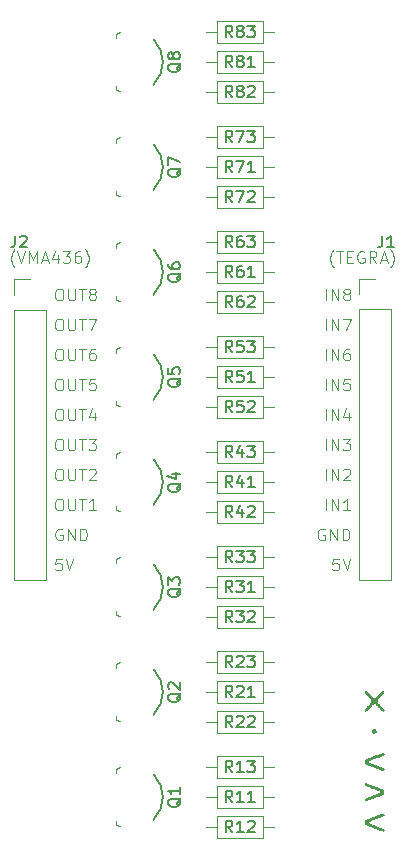
<source format=gto>
%TF.GenerationSoftware,KiCad,Pcbnew,7.0.11*%
%TF.CreationDate,2024-05-22T14:54:01+02:00*%
%TF.ProjectId,Untitled,556e7469-746c-4656-942e-6b696361645f,1.0*%
%TF.SameCoordinates,Original*%
%TF.FileFunction,Legend,Top*%
%TF.FilePolarity,Positive*%
%FSLAX46Y46*%
G04 Gerber Fmt 4.6, Leading zero omitted, Abs format (unit mm)*
G04 Created by KiCad (PCBNEW 7.0.11) date 2024-05-22 14:54:01*
%MOMM*%
%LPD*%
G01*
G04 APERTURE LIST*
%ADD10C,0.100000*%
%ADD11C,0.150000*%
%ADD12C,0.120000*%
G04 APERTURE END LIST*
D10*
X97343496Y-86550038D02*
X97248258Y-86502419D01*
X97248258Y-86502419D02*
X97105401Y-86502419D01*
X97105401Y-86502419D02*
X96962544Y-86550038D01*
X96962544Y-86550038D02*
X96867306Y-86645276D01*
X96867306Y-86645276D02*
X96819687Y-86740514D01*
X96819687Y-86740514D02*
X96772068Y-86930990D01*
X96772068Y-86930990D02*
X96772068Y-87073847D01*
X96772068Y-87073847D02*
X96819687Y-87264323D01*
X96819687Y-87264323D02*
X96867306Y-87359561D01*
X96867306Y-87359561D02*
X96962544Y-87454800D01*
X96962544Y-87454800D02*
X97105401Y-87502419D01*
X97105401Y-87502419D02*
X97200639Y-87502419D01*
X97200639Y-87502419D02*
X97343496Y-87454800D01*
X97343496Y-87454800D02*
X97391115Y-87407180D01*
X97391115Y-87407180D02*
X97391115Y-87073847D01*
X97391115Y-87073847D02*
X97200639Y-87073847D01*
X97819687Y-87502419D02*
X97819687Y-86502419D01*
X97819687Y-86502419D02*
X98391115Y-87502419D01*
X98391115Y-87502419D02*
X98391115Y-86502419D01*
X98867306Y-87502419D02*
X98867306Y-86502419D01*
X98867306Y-86502419D02*
X99105401Y-86502419D01*
X99105401Y-86502419D02*
X99248258Y-86550038D01*
X99248258Y-86550038D02*
X99343496Y-86645276D01*
X99343496Y-86645276D02*
X99391115Y-86740514D01*
X99391115Y-86740514D02*
X99438734Y-86930990D01*
X99438734Y-86930990D02*
X99438734Y-87073847D01*
X99438734Y-87073847D02*
X99391115Y-87264323D01*
X99391115Y-87264323D02*
X99343496Y-87359561D01*
X99343496Y-87359561D02*
X99248258Y-87454800D01*
X99248258Y-87454800D02*
X99105401Y-87502419D01*
X99105401Y-87502419D02*
X98867306Y-87502419D01*
X75122693Y-86550038D02*
X75027455Y-86502419D01*
X75027455Y-86502419D02*
X74884598Y-86502419D01*
X74884598Y-86502419D02*
X74741741Y-86550038D01*
X74741741Y-86550038D02*
X74646503Y-86645276D01*
X74646503Y-86645276D02*
X74598884Y-86740514D01*
X74598884Y-86740514D02*
X74551265Y-86930990D01*
X74551265Y-86930990D02*
X74551265Y-87073847D01*
X74551265Y-87073847D02*
X74598884Y-87264323D01*
X74598884Y-87264323D02*
X74646503Y-87359561D01*
X74646503Y-87359561D02*
X74741741Y-87454800D01*
X74741741Y-87454800D02*
X74884598Y-87502419D01*
X74884598Y-87502419D02*
X74979836Y-87502419D01*
X74979836Y-87502419D02*
X75122693Y-87454800D01*
X75122693Y-87454800D02*
X75170312Y-87407180D01*
X75170312Y-87407180D02*
X75170312Y-87073847D01*
X75170312Y-87073847D02*
X74979836Y-87073847D01*
X75598884Y-87502419D02*
X75598884Y-86502419D01*
X75598884Y-86502419D02*
X76170312Y-87502419D01*
X76170312Y-87502419D02*
X76170312Y-86502419D01*
X76646503Y-87502419D02*
X76646503Y-86502419D01*
X76646503Y-86502419D02*
X76884598Y-86502419D01*
X76884598Y-86502419D02*
X77027455Y-86550038D01*
X77027455Y-86550038D02*
X77122693Y-86645276D01*
X77122693Y-86645276D02*
X77170312Y-86740514D01*
X77170312Y-86740514D02*
X77217931Y-86930990D01*
X77217931Y-86930990D02*
X77217931Y-87073847D01*
X77217931Y-87073847D02*
X77170312Y-87264323D01*
X77170312Y-87264323D02*
X77122693Y-87359561D01*
X77122693Y-87359561D02*
X77027455Y-87454800D01*
X77027455Y-87454800D02*
X76884598Y-87502419D01*
X76884598Y-87502419D02*
X76646503Y-87502419D01*
X74789360Y-83962419D02*
X74979836Y-83962419D01*
X74979836Y-83962419D02*
X75075074Y-84010038D01*
X75075074Y-84010038D02*
X75170312Y-84105276D01*
X75170312Y-84105276D02*
X75217931Y-84295752D01*
X75217931Y-84295752D02*
X75217931Y-84629085D01*
X75217931Y-84629085D02*
X75170312Y-84819561D01*
X75170312Y-84819561D02*
X75075074Y-84914800D01*
X75075074Y-84914800D02*
X74979836Y-84962419D01*
X74979836Y-84962419D02*
X74789360Y-84962419D01*
X74789360Y-84962419D02*
X74694122Y-84914800D01*
X74694122Y-84914800D02*
X74598884Y-84819561D01*
X74598884Y-84819561D02*
X74551265Y-84629085D01*
X74551265Y-84629085D02*
X74551265Y-84295752D01*
X74551265Y-84295752D02*
X74598884Y-84105276D01*
X74598884Y-84105276D02*
X74694122Y-84010038D01*
X74694122Y-84010038D02*
X74789360Y-83962419D01*
X75646503Y-83962419D02*
X75646503Y-84771942D01*
X75646503Y-84771942D02*
X75694122Y-84867180D01*
X75694122Y-84867180D02*
X75741741Y-84914800D01*
X75741741Y-84914800D02*
X75836979Y-84962419D01*
X75836979Y-84962419D02*
X76027455Y-84962419D01*
X76027455Y-84962419D02*
X76122693Y-84914800D01*
X76122693Y-84914800D02*
X76170312Y-84867180D01*
X76170312Y-84867180D02*
X76217931Y-84771942D01*
X76217931Y-84771942D02*
X76217931Y-83962419D01*
X76551265Y-83962419D02*
X77122693Y-83962419D01*
X76836979Y-84962419D02*
X76836979Y-83962419D01*
X77979836Y-84962419D02*
X77408408Y-84962419D01*
X77694122Y-84962419D02*
X77694122Y-83962419D01*
X77694122Y-83962419D02*
X77598884Y-84105276D01*
X77598884Y-84105276D02*
X77503646Y-84200514D01*
X77503646Y-84200514D02*
X77408408Y-84248133D01*
X97458884Y-79882419D02*
X97458884Y-78882419D01*
X97935074Y-79882419D02*
X97935074Y-78882419D01*
X97935074Y-78882419D02*
X98506502Y-79882419D01*
X98506502Y-79882419D02*
X98506502Y-78882419D01*
X98887455Y-78882419D02*
X99506502Y-78882419D01*
X99506502Y-78882419D02*
X99173169Y-79263371D01*
X99173169Y-79263371D02*
X99316026Y-79263371D01*
X99316026Y-79263371D02*
X99411264Y-79310990D01*
X99411264Y-79310990D02*
X99458883Y-79358609D01*
X99458883Y-79358609D02*
X99506502Y-79453847D01*
X99506502Y-79453847D02*
X99506502Y-79691942D01*
X99506502Y-79691942D02*
X99458883Y-79787180D01*
X99458883Y-79787180D02*
X99411264Y-79834800D01*
X99411264Y-79834800D02*
X99316026Y-79882419D01*
X99316026Y-79882419D02*
X99030312Y-79882419D01*
X99030312Y-79882419D02*
X98935074Y-79834800D01*
X98935074Y-79834800D02*
X98887455Y-79787180D01*
X98533972Y-89042419D02*
X98057782Y-89042419D01*
X98057782Y-89042419D02*
X98010163Y-89518609D01*
X98010163Y-89518609D02*
X98057782Y-89470990D01*
X98057782Y-89470990D02*
X98153020Y-89423371D01*
X98153020Y-89423371D02*
X98391115Y-89423371D01*
X98391115Y-89423371D02*
X98486353Y-89470990D01*
X98486353Y-89470990D02*
X98533972Y-89518609D01*
X98533972Y-89518609D02*
X98581591Y-89613847D01*
X98581591Y-89613847D02*
X98581591Y-89851942D01*
X98581591Y-89851942D02*
X98533972Y-89947180D01*
X98533972Y-89947180D02*
X98486353Y-89994800D01*
X98486353Y-89994800D02*
X98391115Y-90042419D01*
X98391115Y-90042419D02*
X98153020Y-90042419D01*
X98153020Y-90042419D02*
X98057782Y-89994800D01*
X98057782Y-89994800D02*
X98010163Y-89947180D01*
X98867306Y-89042419D02*
X99200639Y-90042419D01*
X99200639Y-90042419D02*
X99533972Y-89042419D01*
X74789360Y-81422419D02*
X74979836Y-81422419D01*
X74979836Y-81422419D02*
X75075074Y-81470038D01*
X75075074Y-81470038D02*
X75170312Y-81565276D01*
X75170312Y-81565276D02*
X75217931Y-81755752D01*
X75217931Y-81755752D02*
X75217931Y-82089085D01*
X75217931Y-82089085D02*
X75170312Y-82279561D01*
X75170312Y-82279561D02*
X75075074Y-82374800D01*
X75075074Y-82374800D02*
X74979836Y-82422419D01*
X74979836Y-82422419D02*
X74789360Y-82422419D01*
X74789360Y-82422419D02*
X74694122Y-82374800D01*
X74694122Y-82374800D02*
X74598884Y-82279561D01*
X74598884Y-82279561D02*
X74551265Y-82089085D01*
X74551265Y-82089085D02*
X74551265Y-81755752D01*
X74551265Y-81755752D02*
X74598884Y-81565276D01*
X74598884Y-81565276D02*
X74694122Y-81470038D01*
X74694122Y-81470038D02*
X74789360Y-81422419D01*
X75646503Y-81422419D02*
X75646503Y-82231942D01*
X75646503Y-82231942D02*
X75694122Y-82327180D01*
X75694122Y-82327180D02*
X75741741Y-82374800D01*
X75741741Y-82374800D02*
X75836979Y-82422419D01*
X75836979Y-82422419D02*
X76027455Y-82422419D01*
X76027455Y-82422419D02*
X76122693Y-82374800D01*
X76122693Y-82374800D02*
X76170312Y-82327180D01*
X76170312Y-82327180D02*
X76217931Y-82231942D01*
X76217931Y-82231942D02*
X76217931Y-81422419D01*
X76551265Y-81422419D02*
X77122693Y-81422419D01*
X76836979Y-82422419D02*
X76836979Y-81422419D01*
X77408408Y-81517657D02*
X77456027Y-81470038D01*
X77456027Y-81470038D02*
X77551265Y-81422419D01*
X77551265Y-81422419D02*
X77789360Y-81422419D01*
X77789360Y-81422419D02*
X77884598Y-81470038D01*
X77884598Y-81470038D02*
X77932217Y-81517657D01*
X77932217Y-81517657D02*
X77979836Y-81612895D01*
X77979836Y-81612895D02*
X77979836Y-81708133D01*
X77979836Y-81708133D02*
X77932217Y-81850990D01*
X77932217Y-81850990D02*
X77360789Y-82422419D01*
X77360789Y-82422419D02*
X77979836Y-82422419D01*
X97458884Y-67182419D02*
X97458884Y-66182419D01*
X97935074Y-67182419D02*
X97935074Y-66182419D01*
X97935074Y-66182419D02*
X98506502Y-67182419D01*
X98506502Y-67182419D02*
X98506502Y-66182419D01*
X99125550Y-66610990D02*
X99030312Y-66563371D01*
X99030312Y-66563371D02*
X98982693Y-66515752D01*
X98982693Y-66515752D02*
X98935074Y-66420514D01*
X98935074Y-66420514D02*
X98935074Y-66372895D01*
X98935074Y-66372895D02*
X98982693Y-66277657D01*
X98982693Y-66277657D02*
X99030312Y-66230038D01*
X99030312Y-66230038D02*
X99125550Y-66182419D01*
X99125550Y-66182419D02*
X99316026Y-66182419D01*
X99316026Y-66182419D02*
X99411264Y-66230038D01*
X99411264Y-66230038D02*
X99458883Y-66277657D01*
X99458883Y-66277657D02*
X99506502Y-66372895D01*
X99506502Y-66372895D02*
X99506502Y-66420514D01*
X99506502Y-66420514D02*
X99458883Y-66515752D01*
X99458883Y-66515752D02*
X99411264Y-66563371D01*
X99411264Y-66563371D02*
X99316026Y-66610990D01*
X99316026Y-66610990D02*
X99125550Y-66610990D01*
X99125550Y-66610990D02*
X99030312Y-66658609D01*
X99030312Y-66658609D02*
X98982693Y-66706228D01*
X98982693Y-66706228D02*
X98935074Y-66801466D01*
X98935074Y-66801466D02*
X98935074Y-66991942D01*
X98935074Y-66991942D02*
X98982693Y-67087180D01*
X98982693Y-67087180D02*
X99030312Y-67134800D01*
X99030312Y-67134800D02*
X99125550Y-67182419D01*
X99125550Y-67182419D02*
X99316026Y-67182419D01*
X99316026Y-67182419D02*
X99411264Y-67134800D01*
X99411264Y-67134800D02*
X99458883Y-67087180D01*
X99458883Y-67087180D02*
X99506502Y-66991942D01*
X99506502Y-66991942D02*
X99506502Y-66801466D01*
X99506502Y-66801466D02*
X99458883Y-66706228D01*
X99458883Y-66706228D02*
X99411264Y-66658609D01*
X99411264Y-66658609D02*
X99316026Y-66610990D01*
X74789360Y-76342419D02*
X74979836Y-76342419D01*
X74979836Y-76342419D02*
X75075074Y-76390038D01*
X75075074Y-76390038D02*
X75170312Y-76485276D01*
X75170312Y-76485276D02*
X75217931Y-76675752D01*
X75217931Y-76675752D02*
X75217931Y-77009085D01*
X75217931Y-77009085D02*
X75170312Y-77199561D01*
X75170312Y-77199561D02*
X75075074Y-77294800D01*
X75075074Y-77294800D02*
X74979836Y-77342419D01*
X74979836Y-77342419D02*
X74789360Y-77342419D01*
X74789360Y-77342419D02*
X74694122Y-77294800D01*
X74694122Y-77294800D02*
X74598884Y-77199561D01*
X74598884Y-77199561D02*
X74551265Y-77009085D01*
X74551265Y-77009085D02*
X74551265Y-76675752D01*
X74551265Y-76675752D02*
X74598884Y-76485276D01*
X74598884Y-76485276D02*
X74694122Y-76390038D01*
X74694122Y-76390038D02*
X74789360Y-76342419D01*
X75646503Y-76342419D02*
X75646503Y-77151942D01*
X75646503Y-77151942D02*
X75694122Y-77247180D01*
X75694122Y-77247180D02*
X75741741Y-77294800D01*
X75741741Y-77294800D02*
X75836979Y-77342419D01*
X75836979Y-77342419D02*
X76027455Y-77342419D01*
X76027455Y-77342419D02*
X76122693Y-77294800D01*
X76122693Y-77294800D02*
X76170312Y-77247180D01*
X76170312Y-77247180D02*
X76217931Y-77151942D01*
X76217931Y-77151942D02*
X76217931Y-76342419D01*
X76551265Y-76342419D02*
X77122693Y-76342419D01*
X76836979Y-77342419D02*
X76836979Y-76342419D01*
X77884598Y-76675752D02*
X77884598Y-77342419D01*
X77646503Y-76294800D02*
X77408408Y-77009085D01*
X77408408Y-77009085D02*
X78027455Y-77009085D01*
X74789360Y-68722419D02*
X74979836Y-68722419D01*
X74979836Y-68722419D02*
X75075074Y-68770038D01*
X75075074Y-68770038D02*
X75170312Y-68865276D01*
X75170312Y-68865276D02*
X75217931Y-69055752D01*
X75217931Y-69055752D02*
X75217931Y-69389085D01*
X75217931Y-69389085D02*
X75170312Y-69579561D01*
X75170312Y-69579561D02*
X75075074Y-69674800D01*
X75075074Y-69674800D02*
X74979836Y-69722419D01*
X74979836Y-69722419D02*
X74789360Y-69722419D01*
X74789360Y-69722419D02*
X74694122Y-69674800D01*
X74694122Y-69674800D02*
X74598884Y-69579561D01*
X74598884Y-69579561D02*
X74551265Y-69389085D01*
X74551265Y-69389085D02*
X74551265Y-69055752D01*
X74551265Y-69055752D02*
X74598884Y-68865276D01*
X74598884Y-68865276D02*
X74694122Y-68770038D01*
X74694122Y-68770038D02*
X74789360Y-68722419D01*
X75646503Y-68722419D02*
X75646503Y-69531942D01*
X75646503Y-69531942D02*
X75694122Y-69627180D01*
X75694122Y-69627180D02*
X75741741Y-69674800D01*
X75741741Y-69674800D02*
X75836979Y-69722419D01*
X75836979Y-69722419D02*
X76027455Y-69722419D01*
X76027455Y-69722419D02*
X76122693Y-69674800D01*
X76122693Y-69674800D02*
X76170312Y-69627180D01*
X76170312Y-69627180D02*
X76217931Y-69531942D01*
X76217931Y-69531942D02*
X76217931Y-68722419D01*
X76551265Y-68722419D02*
X77122693Y-68722419D01*
X76836979Y-69722419D02*
X76836979Y-68722419D01*
X77360789Y-68722419D02*
X78027455Y-68722419D01*
X78027455Y-68722419D02*
X77598884Y-69722419D01*
X97458884Y-69722419D02*
X97458884Y-68722419D01*
X97935074Y-69722419D02*
X97935074Y-68722419D01*
X97935074Y-68722419D02*
X98506502Y-69722419D01*
X98506502Y-69722419D02*
X98506502Y-68722419D01*
X98887455Y-68722419D02*
X99554121Y-68722419D01*
X99554121Y-68722419D02*
X99125550Y-69722419D01*
X74789360Y-66182419D02*
X74979836Y-66182419D01*
X74979836Y-66182419D02*
X75075074Y-66230038D01*
X75075074Y-66230038D02*
X75170312Y-66325276D01*
X75170312Y-66325276D02*
X75217931Y-66515752D01*
X75217931Y-66515752D02*
X75217931Y-66849085D01*
X75217931Y-66849085D02*
X75170312Y-67039561D01*
X75170312Y-67039561D02*
X75075074Y-67134800D01*
X75075074Y-67134800D02*
X74979836Y-67182419D01*
X74979836Y-67182419D02*
X74789360Y-67182419D01*
X74789360Y-67182419D02*
X74694122Y-67134800D01*
X74694122Y-67134800D02*
X74598884Y-67039561D01*
X74598884Y-67039561D02*
X74551265Y-66849085D01*
X74551265Y-66849085D02*
X74551265Y-66515752D01*
X74551265Y-66515752D02*
X74598884Y-66325276D01*
X74598884Y-66325276D02*
X74694122Y-66230038D01*
X74694122Y-66230038D02*
X74789360Y-66182419D01*
X75646503Y-66182419D02*
X75646503Y-66991942D01*
X75646503Y-66991942D02*
X75694122Y-67087180D01*
X75694122Y-67087180D02*
X75741741Y-67134800D01*
X75741741Y-67134800D02*
X75836979Y-67182419D01*
X75836979Y-67182419D02*
X76027455Y-67182419D01*
X76027455Y-67182419D02*
X76122693Y-67134800D01*
X76122693Y-67134800D02*
X76170312Y-67087180D01*
X76170312Y-67087180D02*
X76217931Y-66991942D01*
X76217931Y-66991942D02*
X76217931Y-66182419D01*
X76551265Y-66182419D02*
X77122693Y-66182419D01*
X76836979Y-67182419D02*
X76836979Y-66182419D01*
X77598884Y-66610990D02*
X77503646Y-66563371D01*
X77503646Y-66563371D02*
X77456027Y-66515752D01*
X77456027Y-66515752D02*
X77408408Y-66420514D01*
X77408408Y-66420514D02*
X77408408Y-66372895D01*
X77408408Y-66372895D02*
X77456027Y-66277657D01*
X77456027Y-66277657D02*
X77503646Y-66230038D01*
X77503646Y-66230038D02*
X77598884Y-66182419D01*
X77598884Y-66182419D02*
X77789360Y-66182419D01*
X77789360Y-66182419D02*
X77884598Y-66230038D01*
X77884598Y-66230038D02*
X77932217Y-66277657D01*
X77932217Y-66277657D02*
X77979836Y-66372895D01*
X77979836Y-66372895D02*
X77979836Y-66420514D01*
X77979836Y-66420514D02*
X77932217Y-66515752D01*
X77932217Y-66515752D02*
X77884598Y-66563371D01*
X77884598Y-66563371D02*
X77789360Y-66610990D01*
X77789360Y-66610990D02*
X77598884Y-66610990D01*
X77598884Y-66610990D02*
X77503646Y-66658609D01*
X77503646Y-66658609D02*
X77456027Y-66706228D01*
X77456027Y-66706228D02*
X77408408Y-66801466D01*
X77408408Y-66801466D02*
X77408408Y-66991942D01*
X77408408Y-66991942D02*
X77456027Y-67087180D01*
X77456027Y-67087180D02*
X77503646Y-67134800D01*
X77503646Y-67134800D02*
X77598884Y-67182419D01*
X77598884Y-67182419D02*
X77789360Y-67182419D01*
X77789360Y-67182419D02*
X77884598Y-67134800D01*
X77884598Y-67134800D02*
X77932217Y-67087180D01*
X77932217Y-67087180D02*
X77979836Y-66991942D01*
X77979836Y-66991942D02*
X77979836Y-66801466D01*
X77979836Y-66801466D02*
X77932217Y-66706228D01*
X77932217Y-66706228D02*
X77884598Y-66658609D01*
X77884598Y-66658609D02*
X77789360Y-66610990D01*
X97458884Y-77342419D02*
X97458884Y-76342419D01*
X97935074Y-77342419D02*
X97935074Y-76342419D01*
X97935074Y-76342419D02*
X98506502Y-77342419D01*
X98506502Y-77342419D02*
X98506502Y-76342419D01*
X99411264Y-76675752D02*
X99411264Y-77342419D01*
X99173169Y-76294800D02*
X98935074Y-77009085D01*
X98935074Y-77009085D02*
X99554121Y-77009085D01*
X97458884Y-74802419D02*
X97458884Y-73802419D01*
X97935074Y-74802419D02*
X97935074Y-73802419D01*
X97935074Y-73802419D02*
X98506502Y-74802419D01*
X98506502Y-74802419D02*
X98506502Y-73802419D01*
X99458883Y-73802419D02*
X98982693Y-73802419D01*
X98982693Y-73802419D02*
X98935074Y-74278609D01*
X98935074Y-74278609D02*
X98982693Y-74230990D01*
X98982693Y-74230990D02*
X99077931Y-74183371D01*
X99077931Y-74183371D02*
X99316026Y-74183371D01*
X99316026Y-74183371D02*
X99411264Y-74230990D01*
X99411264Y-74230990D02*
X99458883Y-74278609D01*
X99458883Y-74278609D02*
X99506502Y-74373847D01*
X99506502Y-74373847D02*
X99506502Y-74611942D01*
X99506502Y-74611942D02*
X99458883Y-74707180D01*
X99458883Y-74707180D02*
X99411264Y-74754800D01*
X99411264Y-74754800D02*
X99316026Y-74802419D01*
X99316026Y-74802419D02*
X99077931Y-74802419D01*
X99077931Y-74802419D02*
X98982693Y-74754800D01*
X98982693Y-74754800D02*
X98935074Y-74707180D01*
X97458884Y-72262419D02*
X97458884Y-71262419D01*
X97935074Y-72262419D02*
X97935074Y-71262419D01*
X97935074Y-71262419D02*
X98506502Y-72262419D01*
X98506502Y-72262419D02*
X98506502Y-71262419D01*
X99411264Y-71262419D02*
X99220788Y-71262419D01*
X99220788Y-71262419D02*
X99125550Y-71310038D01*
X99125550Y-71310038D02*
X99077931Y-71357657D01*
X99077931Y-71357657D02*
X98982693Y-71500514D01*
X98982693Y-71500514D02*
X98935074Y-71690990D01*
X98935074Y-71690990D02*
X98935074Y-72071942D01*
X98935074Y-72071942D02*
X98982693Y-72167180D01*
X98982693Y-72167180D02*
X99030312Y-72214800D01*
X99030312Y-72214800D02*
X99125550Y-72262419D01*
X99125550Y-72262419D02*
X99316026Y-72262419D01*
X99316026Y-72262419D02*
X99411264Y-72214800D01*
X99411264Y-72214800D02*
X99458883Y-72167180D01*
X99458883Y-72167180D02*
X99506502Y-72071942D01*
X99506502Y-72071942D02*
X99506502Y-71833847D01*
X99506502Y-71833847D02*
X99458883Y-71738609D01*
X99458883Y-71738609D02*
X99411264Y-71690990D01*
X99411264Y-71690990D02*
X99316026Y-71643371D01*
X99316026Y-71643371D02*
X99125550Y-71643371D01*
X99125550Y-71643371D02*
X99030312Y-71690990D01*
X99030312Y-71690990D02*
X98982693Y-71738609D01*
X98982693Y-71738609D02*
X98935074Y-71833847D01*
X74789360Y-73802419D02*
X74979836Y-73802419D01*
X74979836Y-73802419D02*
X75075074Y-73850038D01*
X75075074Y-73850038D02*
X75170312Y-73945276D01*
X75170312Y-73945276D02*
X75217931Y-74135752D01*
X75217931Y-74135752D02*
X75217931Y-74469085D01*
X75217931Y-74469085D02*
X75170312Y-74659561D01*
X75170312Y-74659561D02*
X75075074Y-74754800D01*
X75075074Y-74754800D02*
X74979836Y-74802419D01*
X74979836Y-74802419D02*
X74789360Y-74802419D01*
X74789360Y-74802419D02*
X74694122Y-74754800D01*
X74694122Y-74754800D02*
X74598884Y-74659561D01*
X74598884Y-74659561D02*
X74551265Y-74469085D01*
X74551265Y-74469085D02*
X74551265Y-74135752D01*
X74551265Y-74135752D02*
X74598884Y-73945276D01*
X74598884Y-73945276D02*
X74694122Y-73850038D01*
X74694122Y-73850038D02*
X74789360Y-73802419D01*
X75646503Y-73802419D02*
X75646503Y-74611942D01*
X75646503Y-74611942D02*
X75694122Y-74707180D01*
X75694122Y-74707180D02*
X75741741Y-74754800D01*
X75741741Y-74754800D02*
X75836979Y-74802419D01*
X75836979Y-74802419D02*
X76027455Y-74802419D01*
X76027455Y-74802419D02*
X76122693Y-74754800D01*
X76122693Y-74754800D02*
X76170312Y-74707180D01*
X76170312Y-74707180D02*
X76217931Y-74611942D01*
X76217931Y-74611942D02*
X76217931Y-73802419D01*
X76551265Y-73802419D02*
X77122693Y-73802419D01*
X76836979Y-74802419D02*
X76836979Y-73802419D01*
X77932217Y-73802419D02*
X77456027Y-73802419D01*
X77456027Y-73802419D02*
X77408408Y-74278609D01*
X77408408Y-74278609D02*
X77456027Y-74230990D01*
X77456027Y-74230990D02*
X77551265Y-74183371D01*
X77551265Y-74183371D02*
X77789360Y-74183371D01*
X77789360Y-74183371D02*
X77884598Y-74230990D01*
X77884598Y-74230990D02*
X77932217Y-74278609D01*
X77932217Y-74278609D02*
X77979836Y-74373847D01*
X77979836Y-74373847D02*
X77979836Y-74611942D01*
X77979836Y-74611942D02*
X77932217Y-74707180D01*
X77932217Y-74707180D02*
X77884598Y-74754800D01*
X77884598Y-74754800D02*
X77789360Y-74802419D01*
X77789360Y-74802419D02*
X77551265Y-74802419D01*
X77551265Y-74802419D02*
X77456027Y-74754800D01*
X77456027Y-74754800D02*
X77408408Y-74707180D01*
X74789360Y-78882419D02*
X74979836Y-78882419D01*
X74979836Y-78882419D02*
X75075074Y-78930038D01*
X75075074Y-78930038D02*
X75170312Y-79025276D01*
X75170312Y-79025276D02*
X75217931Y-79215752D01*
X75217931Y-79215752D02*
X75217931Y-79549085D01*
X75217931Y-79549085D02*
X75170312Y-79739561D01*
X75170312Y-79739561D02*
X75075074Y-79834800D01*
X75075074Y-79834800D02*
X74979836Y-79882419D01*
X74979836Y-79882419D02*
X74789360Y-79882419D01*
X74789360Y-79882419D02*
X74694122Y-79834800D01*
X74694122Y-79834800D02*
X74598884Y-79739561D01*
X74598884Y-79739561D02*
X74551265Y-79549085D01*
X74551265Y-79549085D02*
X74551265Y-79215752D01*
X74551265Y-79215752D02*
X74598884Y-79025276D01*
X74598884Y-79025276D02*
X74694122Y-78930038D01*
X74694122Y-78930038D02*
X74789360Y-78882419D01*
X75646503Y-78882419D02*
X75646503Y-79691942D01*
X75646503Y-79691942D02*
X75694122Y-79787180D01*
X75694122Y-79787180D02*
X75741741Y-79834800D01*
X75741741Y-79834800D02*
X75836979Y-79882419D01*
X75836979Y-79882419D02*
X76027455Y-79882419D01*
X76027455Y-79882419D02*
X76122693Y-79834800D01*
X76122693Y-79834800D02*
X76170312Y-79787180D01*
X76170312Y-79787180D02*
X76217931Y-79691942D01*
X76217931Y-79691942D02*
X76217931Y-78882419D01*
X76551265Y-78882419D02*
X77122693Y-78882419D01*
X76836979Y-79882419D02*
X76836979Y-78882419D01*
X77360789Y-78882419D02*
X77979836Y-78882419D01*
X77979836Y-78882419D02*
X77646503Y-79263371D01*
X77646503Y-79263371D02*
X77789360Y-79263371D01*
X77789360Y-79263371D02*
X77884598Y-79310990D01*
X77884598Y-79310990D02*
X77932217Y-79358609D01*
X77932217Y-79358609D02*
X77979836Y-79453847D01*
X77979836Y-79453847D02*
X77979836Y-79691942D01*
X77979836Y-79691942D02*
X77932217Y-79787180D01*
X77932217Y-79787180D02*
X77884598Y-79834800D01*
X77884598Y-79834800D02*
X77789360Y-79882419D01*
X77789360Y-79882419D02*
X77503646Y-79882419D01*
X77503646Y-79882419D02*
X77408408Y-79834800D01*
X77408408Y-79834800D02*
X77360789Y-79787180D01*
X71074598Y-64388371D02*
X71026979Y-64340752D01*
X71026979Y-64340752D02*
X70931741Y-64197895D01*
X70931741Y-64197895D02*
X70884122Y-64102657D01*
X70884122Y-64102657D02*
X70836503Y-63959800D01*
X70836503Y-63959800D02*
X70788884Y-63721704D01*
X70788884Y-63721704D02*
X70788884Y-63531228D01*
X70788884Y-63531228D02*
X70836503Y-63293133D01*
X70836503Y-63293133D02*
X70884122Y-63150276D01*
X70884122Y-63150276D02*
X70931741Y-63055038D01*
X70931741Y-63055038D02*
X71026979Y-62912180D01*
X71026979Y-62912180D02*
X71074598Y-62864561D01*
X71312694Y-63007419D02*
X71646027Y-64007419D01*
X71646027Y-64007419D02*
X71979360Y-63007419D01*
X72312694Y-64007419D02*
X72312694Y-63007419D01*
X72312694Y-63007419D02*
X72646027Y-63721704D01*
X72646027Y-63721704D02*
X72979360Y-63007419D01*
X72979360Y-63007419D02*
X72979360Y-64007419D01*
X73407932Y-63721704D02*
X73884122Y-63721704D01*
X73312694Y-64007419D02*
X73646027Y-63007419D01*
X73646027Y-63007419D02*
X73979360Y-64007419D01*
X74741265Y-63340752D02*
X74741265Y-64007419D01*
X74503170Y-62959800D02*
X74265075Y-63674085D01*
X74265075Y-63674085D02*
X74884122Y-63674085D01*
X75169837Y-63007419D02*
X75788884Y-63007419D01*
X75788884Y-63007419D02*
X75455551Y-63388371D01*
X75455551Y-63388371D02*
X75598408Y-63388371D01*
X75598408Y-63388371D02*
X75693646Y-63435990D01*
X75693646Y-63435990D02*
X75741265Y-63483609D01*
X75741265Y-63483609D02*
X75788884Y-63578847D01*
X75788884Y-63578847D02*
X75788884Y-63816942D01*
X75788884Y-63816942D02*
X75741265Y-63912180D01*
X75741265Y-63912180D02*
X75693646Y-63959800D01*
X75693646Y-63959800D02*
X75598408Y-64007419D01*
X75598408Y-64007419D02*
X75312694Y-64007419D01*
X75312694Y-64007419D02*
X75217456Y-63959800D01*
X75217456Y-63959800D02*
X75169837Y-63912180D01*
X76646027Y-63007419D02*
X76455551Y-63007419D01*
X76455551Y-63007419D02*
X76360313Y-63055038D01*
X76360313Y-63055038D02*
X76312694Y-63102657D01*
X76312694Y-63102657D02*
X76217456Y-63245514D01*
X76217456Y-63245514D02*
X76169837Y-63435990D01*
X76169837Y-63435990D02*
X76169837Y-63816942D01*
X76169837Y-63816942D02*
X76217456Y-63912180D01*
X76217456Y-63912180D02*
X76265075Y-63959800D01*
X76265075Y-63959800D02*
X76360313Y-64007419D01*
X76360313Y-64007419D02*
X76550789Y-64007419D01*
X76550789Y-64007419D02*
X76646027Y-63959800D01*
X76646027Y-63959800D02*
X76693646Y-63912180D01*
X76693646Y-63912180D02*
X76741265Y-63816942D01*
X76741265Y-63816942D02*
X76741265Y-63578847D01*
X76741265Y-63578847D02*
X76693646Y-63483609D01*
X76693646Y-63483609D02*
X76646027Y-63435990D01*
X76646027Y-63435990D02*
X76550789Y-63388371D01*
X76550789Y-63388371D02*
X76360313Y-63388371D01*
X76360313Y-63388371D02*
X76265075Y-63435990D01*
X76265075Y-63435990D02*
X76217456Y-63483609D01*
X76217456Y-63483609D02*
X76169837Y-63578847D01*
X77074599Y-64388371D02*
X77122218Y-64340752D01*
X77122218Y-64340752D02*
X77217456Y-64197895D01*
X77217456Y-64197895D02*
X77265075Y-64102657D01*
X77265075Y-64102657D02*
X77312694Y-63959800D01*
X77312694Y-63959800D02*
X77360313Y-63721704D01*
X77360313Y-63721704D02*
X77360313Y-63531228D01*
X77360313Y-63531228D02*
X77312694Y-63293133D01*
X77312694Y-63293133D02*
X77265075Y-63150276D01*
X77265075Y-63150276D02*
X77217456Y-63055038D01*
X77217456Y-63055038D02*
X77122218Y-62912180D01*
X77122218Y-62912180D02*
X77074599Y-62864561D01*
X74789360Y-71262419D02*
X74979836Y-71262419D01*
X74979836Y-71262419D02*
X75075074Y-71310038D01*
X75075074Y-71310038D02*
X75170312Y-71405276D01*
X75170312Y-71405276D02*
X75217931Y-71595752D01*
X75217931Y-71595752D02*
X75217931Y-71929085D01*
X75217931Y-71929085D02*
X75170312Y-72119561D01*
X75170312Y-72119561D02*
X75075074Y-72214800D01*
X75075074Y-72214800D02*
X74979836Y-72262419D01*
X74979836Y-72262419D02*
X74789360Y-72262419D01*
X74789360Y-72262419D02*
X74694122Y-72214800D01*
X74694122Y-72214800D02*
X74598884Y-72119561D01*
X74598884Y-72119561D02*
X74551265Y-71929085D01*
X74551265Y-71929085D02*
X74551265Y-71595752D01*
X74551265Y-71595752D02*
X74598884Y-71405276D01*
X74598884Y-71405276D02*
X74694122Y-71310038D01*
X74694122Y-71310038D02*
X74789360Y-71262419D01*
X75646503Y-71262419D02*
X75646503Y-72071942D01*
X75646503Y-72071942D02*
X75694122Y-72167180D01*
X75694122Y-72167180D02*
X75741741Y-72214800D01*
X75741741Y-72214800D02*
X75836979Y-72262419D01*
X75836979Y-72262419D02*
X76027455Y-72262419D01*
X76027455Y-72262419D02*
X76122693Y-72214800D01*
X76122693Y-72214800D02*
X76170312Y-72167180D01*
X76170312Y-72167180D02*
X76217931Y-72071942D01*
X76217931Y-72071942D02*
X76217931Y-71262419D01*
X76551265Y-71262419D02*
X77122693Y-71262419D01*
X76836979Y-72262419D02*
X76836979Y-71262419D01*
X77884598Y-71262419D02*
X77694122Y-71262419D01*
X77694122Y-71262419D02*
X77598884Y-71310038D01*
X77598884Y-71310038D02*
X77551265Y-71357657D01*
X77551265Y-71357657D02*
X77456027Y-71500514D01*
X77456027Y-71500514D02*
X77408408Y-71690990D01*
X77408408Y-71690990D02*
X77408408Y-72071942D01*
X77408408Y-72071942D02*
X77456027Y-72167180D01*
X77456027Y-72167180D02*
X77503646Y-72214800D01*
X77503646Y-72214800D02*
X77598884Y-72262419D01*
X77598884Y-72262419D02*
X77789360Y-72262419D01*
X77789360Y-72262419D02*
X77884598Y-72214800D01*
X77884598Y-72214800D02*
X77932217Y-72167180D01*
X77932217Y-72167180D02*
X77979836Y-72071942D01*
X77979836Y-72071942D02*
X77979836Y-71833847D01*
X77979836Y-71833847D02*
X77932217Y-71738609D01*
X77932217Y-71738609D02*
X77884598Y-71690990D01*
X77884598Y-71690990D02*
X77789360Y-71643371D01*
X77789360Y-71643371D02*
X77598884Y-71643371D01*
X77598884Y-71643371D02*
X77503646Y-71690990D01*
X77503646Y-71690990D02*
X77456027Y-71738609D01*
X77456027Y-71738609D02*
X77408408Y-71833847D01*
X97458884Y-82422419D02*
X97458884Y-81422419D01*
X97935074Y-82422419D02*
X97935074Y-81422419D01*
X97935074Y-81422419D02*
X98506502Y-82422419D01*
X98506502Y-82422419D02*
X98506502Y-81422419D01*
X98935074Y-81517657D02*
X98982693Y-81470038D01*
X98982693Y-81470038D02*
X99077931Y-81422419D01*
X99077931Y-81422419D02*
X99316026Y-81422419D01*
X99316026Y-81422419D02*
X99411264Y-81470038D01*
X99411264Y-81470038D02*
X99458883Y-81517657D01*
X99458883Y-81517657D02*
X99506502Y-81612895D01*
X99506502Y-81612895D02*
X99506502Y-81708133D01*
X99506502Y-81708133D02*
X99458883Y-81850990D01*
X99458883Y-81850990D02*
X98887455Y-82422419D01*
X98887455Y-82422419D02*
X99506502Y-82422419D01*
X97458884Y-84962419D02*
X97458884Y-83962419D01*
X97935074Y-84962419D02*
X97935074Y-83962419D01*
X97935074Y-83962419D02*
X98506502Y-84962419D01*
X98506502Y-84962419D02*
X98506502Y-83962419D01*
X99506502Y-84962419D02*
X98935074Y-84962419D01*
X99220788Y-84962419D02*
X99220788Y-83962419D01*
X99220788Y-83962419D02*
X99125550Y-84105276D01*
X99125550Y-84105276D02*
X99030312Y-84200514D01*
X99030312Y-84200514D02*
X98935074Y-84248133D01*
X98105876Y-64388371D02*
X98058257Y-64340752D01*
X98058257Y-64340752D02*
X97963019Y-64197895D01*
X97963019Y-64197895D02*
X97915400Y-64102657D01*
X97915400Y-64102657D02*
X97867781Y-63959800D01*
X97867781Y-63959800D02*
X97820162Y-63721704D01*
X97820162Y-63721704D02*
X97820162Y-63531228D01*
X97820162Y-63531228D02*
X97867781Y-63293133D01*
X97867781Y-63293133D02*
X97915400Y-63150276D01*
X97915400Y-63150276D02*
X97963019Y-63055038D01*
X97963019Y-63055038D02*
X98058257Y-62912180D01*
X98058257Y-62912180D02*
X98105876Y-62864561D01*
X98343972Y-63007419D02*
X98915400Y-63007419D01*
X98629686Y-64007419D02*
X98629686Y-63007419D01*
X99248734Y-63483609D02*
X99582067Y-63483609D01*
X99724924Y-64007419D02*
X99248734Y-64007419D01*
X99248734Y-64007419D02*
X99248734Y-63007419D01*
X99248734Y-63007419D02*
X99724924Y-63007419D01*
X100677305Y-63055038D02*
X100582067Y-63007419D01*
X100582067Y-63007419D02*
X100439210Y-63007419D01*
X100439210Y-63007419D02*
X100296353Y-63055038D01*
X100296353Y-63055038D02*
X100201115Y-63150276D01*
X100201115Y-63150276D02*
X100153496Y-63245514D01*
X100153496Y-63245514D02*
X100105877Y-63435990D01*
X100105877Y-63435990D02*
X100105877Y-63578847D01*
X100105877Y-63578847D02*
X100153496Y-63769323D01*
X100153496Y-63769323D02*
X100201115Y-63864561D01*
X100201115Y-63864561D02*
X100296353Y-63959800D01*
X100296353Y-63959800D02*
X100439210Y-64007419D01*
X100439210Y-64007419D02*
X100534448Y-64007419D01*
X100534448Y-64007419D02*
X100677305Y-63959800D01*
X100677305Y-63959800D02*
X100724924Y-63912180D01*
X100724924Y-63912180D02*
X100724924Y-63578847D01*
X100724924Y-63578847D02*
X100534448Y-63578847D01*
X101724924Y-64007419D02*
X101391591Y-63531228D01*
X101153496Y-64007419D02*
X101153496Y-63007419D01*
X101153496Y-63007419D02*
X101534448Y-63007419D01*
X101534448Y-63007419D02*
X101629686Y-63055038D01*
X101629686Y-63055038D02*
X101677305Y-63102657D01*
X101677305Y-63102657D02*
X101724924Y-63197895D01*
X101724924Y-63197895D02*
X101724924Y-63340752D01*
X101724924Y-63340752D02*
X101677305Y-63435990D01*
X101677305Y-63435990D02*
X101629686Y-63483609D01*
X101629686Y-63483609D02*
X101534448Y-63531228D01*
X101534448Y-63531228D02*
X101153496Y-63531228D01*
X102105877Y-63721704D02*
X102582067Y-63721704D01*
X102010639Y-64007419D02*
X102343972Y-63007419D01*
X102343972Y-63007419D02*
X102677305Y-64007419D01*
X102915401Y-64388371D02*
X102963020Y-64340752D01*
X102963020Y-64340752D02*
X103058258Y-64197895D01*
X103058258Y-64197895D02*
X103105877Y-64102657D01*
X103105877Y-64102657D02*
X103153496Y-63959800D01*
X103153496Y-63959800D02*
X103201115Y-63721704D01*
X103201115Y-63721704D02*
X103201115Y-63531228D01*
X103201115Y-63531228D02*
X103153496Y-63293133D01*
X103153496Y-63293133D02*
X103105877Y-63150276D01*
X103105877Y-63150276D02*
X103058258Y-63055038D01*
X103058258Y-63055038D02*
X102963020Y-62912180D01*
X102963020Y-62912180D02*
X102915401Y-62864561D01*
X75075074Y-89042419D02*
X74598884Y-89042419D01*
X74598884Y-89042419D02*
X74551265Y-89518609D01*
X74551265Y-89518609D02*
X74598884Y-89470990D01*
X74598884Y-89470990D02*
X74694122Y-89423371D01*
X74694122Y-89423371D02*
X74932217Y-89423371D01*
X74932217Y-89423371D02*
X75027455Y-89470990D01*
X75027455Y-89470990D02*
X75075074Y-89518609D01*
X75075074Y-89518609D02*
X75122693Y-89613847D01*
X75122693Y-89613847D02*
X75122693Y-89851942D01*
X75122693Y-89851942D02*
X75075074Y-89947180D01*
X75075074Y-89947180D02*
X75027455Y-89994800D01*
X75027455Y-89994800D02*
X74932217Y-90042419D01*
X74932217Y-90042419D02*
X74694122Y-90042419D01*
X74694122Y-90042419D02*
X74598884Y-89994800D01*
X74598884Y-89994800D02*
X74551265Y-89947180D01*
X75408408Y-89042419D02*
X75741741Y-90042419D01*
X75741741Y-90042419D02*
X76075074Y-89042419D01*
D11*
X85180057Y-109315238D02*
X85132438Y-109410476D01*
X85132438Y-109410476D02*
X85037200Y-109505714D01*
X85037200Y-109505714D02*
X84894342Y-109648571D01*
X84894342Y-109648571D02*
X84846723Y-109743809D01*
X84846723Y-109743809D02*
X84846723Y-109839047D01*
X85084819Y-109791428D02*
X85037200Y-109886666D01*
X85037200Y-109886666D02*
X84941961Y-109981904D01*
X84941961Y-109981904D02*
X84751485Y-110029523D01*
X84751485Y-110029523D02*
X84418152Y-110029523D01*
X84418152Y-110029523D02*
X84227676Y-109981904D01*
X84227676Y-109981904D02*
X84132438Y-109886666D01*
X84132438Y-109886666D02*
X84084819Y-109791428D01*
X84084819Y-109791428D02*
X84084819Y-109600952D01*
X84084819Y-109600952D02*
X84132438Y-109505714D01*
X84132438Y-109505714D02*
X84227676Y-109410476D01*
X84227676Y-109410476D02*
X84418152Y-109362857D01*
X84418152Y-109362857D02*
X84751485Y-109362857D01*
X84751485Y-109362857D02*
X84941961Y-109410476D01*
X84941961Y-109410476D02*
X85037200Y-109505714D01*
X85037200Y-109505714D02*
X85084819Y-109600952D01*
X85084819Y-109600952D02*
X85084819Y-109791428D01*
X85084819Y-108410476D02*
X85084819Y-108981904D01*
X85084819Y-108696190D02*
X84084819Y-108696190D01*
X84084819Y-108696190D02*
X84227676Y-108791428D01*
X84227676Y-108791428D02*
X84322914Y-108886666D01*
X84322914Y-108886666D02*
X84370533Y-108981904D01*
X85180057Y-100425238D02*
X85132438Y-100520476D01*
X85132438Y-100520476D02*
X85037200Y-100615714D01*
X85037200Y-100615714D02*
X84894342Y-100758571D01*
X84894342Y-100758571D02*
X84846723Y-100853809D01*
X84846723Y-100853809D02*
X84846723Y-100949047D01*
X85084819Y-100901428D02*
X85037200Y-100996666D01*
X85037200Y-100996666D02*
X84941961Y-101091904D01*
X84941961Y-101091904D02*
X84751485Y-101139523D01*
X84751485Y-101139523D02*
X84418152Y-101139523D01*
X84418152Y-101139523D02*
X84227676Y-101091904D01*
X84227676Y-101091904D02*
X84132438Y-100996666D01*
X84132438Y-100996666D02*
X84084819Y-100901428D01*
X84084819Y-100901428D02*
X84084819Y-100710952D01*
X84084819Y-100710952D02*
X84132438Y-100615714D01*
X84132438Y-100615714D02*
X84227676Y-100520476D01*
X84227676Y-100520476D02*
X84418152Y-100472857D01*
X84418152Y-100472857D02*
X84751485Y-100472857D01*
X84751485Y-100472857D02*
X84941961Y-100520476D01*
X84941961Y-100520476D02*
X85037200Y-100615714D01*
X85037200Y-100615714D02*
X85084819Y-100710952D01*
X85084819Y-100710952D02*
X85084819Y-100901428D01*
X84180057Y-100091904D02*
X84132438Y-100044285D01*
X84132438Y-100044285D02*
X84084819Y-99949047D01*
X84084819Y-99949047D02*
X84084819Y-99710952D01*
X84084819Y-99710952D02*
X84132438Y-99615714D01*
X84132438Y-99615714D02*
X84180057Y-99568095D01*
X84180057Y-99568095D02*
X84275295Y-99520476D01*
X84275295Y-99520476D02*
X84370533Y-99520476D01*
X84370533Y-99520476D02*
X84513390Y-99568095D01*
X84513390Y-99568095D02*
X85084819Y-100139523D01*
X85084819Y-100139523D02*
X85084819Y-99520476D01*
X85180057Y-91535238D02*
X85132438Y-91630476D01*
X85132438Y-91630476D02*
X85037200Y-91725714D01*
X85037200Y-91725714D02*
X84894342Y-91868571D01*
X84894342Y-91868571D02*
X84846723Y-91963809D01*
X84846723Y-91963809D02*
X84846723Y-92059047D01*
X85084819Y-92011428D02*
X85037200Y-92106666D01*
X85037200Y-92106666D02*
X84941961Y-92201904D01*
X84941961Y-92201904D02*
X84751485Y-92249523D01*
X84751485Y-92249523D02*
X84418152Y-92249523D01*
X84418152Y-92249523D02*
X84227676Y-92201904D01*
X84227676Y-92201904D02*
X84132438Y-92106666D01*
X84132438Y-92106666D02*
X84084819Y-92011428D01*
X84084819Y-92011428D02*
X84084819Y-91820952D01*
X84084819Y-91820952D02*
X84132438Y-91725714D01*
X84132438Y-91725714D02*
X84227676Y-91630476D01*
X84227676Y-91630476D02*
X84418152Y-91582857D01*
X84418152Y-91582857D02*
X84751485Y-91582857D01*
X84751485Y-91582857D02*
X84941961Y-91630476D01*
X84941961Y-91630476D02*
X85037200Y-91725714D01*
X85037200Y-91725714D02*
X85084819Y-91820952D01*
X85084819Y-91820952D02*
X85084819Y-92011428D01*
X84084819Y-91249523D02*
X84084819Y-90630476D01*
X84084819Y-90630476D02*
X84465771Y-90963809D01*
X84465771Y-90963809D02*
X84465771Y-90820952D01*
X84465771Y-90820952D02*
X84513390Y-90725714D01*
X84513390Y-90725714D02*
X84561009Y-90678095D01*
X84561009Y-90678095D02*
X84656247Y-90630476D01*
X84656247Y-90630476D02*
X84894342Y-90630476D01*
X84894342Y-90630476D02*
X84989580Y-90678095D01*
X84989580Y-90678095D02*
X85037200Y-90725714D01*
X85037200Y-90725714D02*
X85084819Y-90820952D01*
X85084819Y-90820952D02*
X85084819Y-91106666D01*
X85084819Y-91106666D02*
X85037200Y-91201904D01*
X85037200Y-91201904D02*
X84989580Y-91249523D01*
X85180057Y-82645238D02*
X85132438Y-82740476D01*
X85132438Y-82740476D02*
X85037200Y-82835714D01*
X85037200Y-82835714D02*
X84894342Y-82978571D01*
X84894342Y-82978571D02*
X84846723Y-83073809D01*
X84846723Y-83073809D02*
X84846723Y-83169047D01*
X85084819Y-83121428D02*
X85037200Y-83216666D01*
X85037200Y-83216666D02*
X84941961Y-83311904D01*
X84941961Y-83311904D02*
X84751485Y-83359523D01*
X84751485Y-83359523D02*
X84418152Y-83359523D01*
X84418152Y-83359523D02*
X84227676Y-83311904D01*
X84227676Y-83311904D02*
X84132438Y-83216666D01*
X84132438Y-83216666D02*
X84084819Y-83121428D01*
X84084819Y-83121428D02*
X84084819Y-82930952D01*
X84084819Y-82930952D02*
X84132438Y-82835714D01*
X84132438Y-82835714D02*
X84227676Y-82740476D01*
X84227676Y-82740476D02*
X84418152Y-82692857D01*
X84418152Y-82692857D02*
X84751485Y-82692857D01*
X84751485Y-82692857D02*
X84941961Y-82740476D01*
X84941961Y-82740476D02*
X85037200Y-82835714D01*
X85037200Y-82835714D02*
X85084819Y-82930952D01*
X85084819Y-82930952D02*
X85084819Y-83121428D01*
X84418152Y-81835714D02*
X85084819Y-81835714D01*
X84037200Y-82073809D02*
X84751485Y-82311904D01*
X84751485Y-82311904D02*
X84751485Y-81692857D01*
X85180057Y-73755238D02*
X85132438Y-73850476D01*
X85132438Y-73850476D02*
X85037200Y-73945714D01*
X85037200Y-73945714D02*
X84894342Y-74088571D01*
X84894342Y-74088571D02*
X84846723Y-74183809D01*
X84846723Y-74183809D02*
X84846723Y-74279047D01*
X85084819Y-74231428D02*
X85037200Y-74326666D01*
X85037200Y-74326666D02*
X84941961Y-74421904D01*
X84941961Y-74421904D02*
X84751485Y-74469523D01*
X84751485Y-74469523D02*
X84418152Y-74469523D01*
X84418152Y-74469523D02*
X84227676Y-74421904D01*
X84227676Y-74421904D02*
X84132438Y-74326666D01*
X84132438Y-74326666D02*
X84084819Y-74231428D01*
X84084819Y-74231428D02*
X84084819Y-74040952D01*
X84084819Y-74040952D02*
X84132438Y-73945714D01*
X84132438Y-73945714D02*
X84227676Y-73850476D01*
X84227676Y-73850476D02*
X84418152Y-73802857D01*
X84418152Y-73802857D02*
X84751485Y-73802857D01*
X84751485Y-73802857D02*
X84941961Y-73850476D01*
X84941961Y-73850476D02*
X85037200Y-73945714D01*
X85037200Y-73945714D02*
X85084819Y-74040952D01*
X85084819Y-74040952D02*
X85084819Y-74231428D01*
X84084819Y-72898095D02*
X84084819Y-73374285D01*
X84084819Y-73374285D02*
X84561009Y-73421904D01*
X84561009Y-73421904D02*
X84513390Y-73374285D01*
X84513390Y-73374285D02*
X84465771Y-73279047D01*
X84465771Y-73279047D02*
X84465771Y-73040952D01*
X84465771Y-73040952D02*
X84513390Y-72945714D01*
X84513390Y-72945714D02*
X84561009Y-72898095D01*
X84561009Y-72898095D02*
X84656247Y-72850476D01*
X84656247Y-72850476D02*
X84894342Y-72850476D01*
X84894342Y-72850476D02*
X84989580Y-72898095D01*
X84989580Y-72898095D02*
X85037200Y-72945714D01*
X85037200Y-72945714D02*
X85084819Y-73040952D01*
X85084819Y-73040952D02*
X85084819Y-73279047D01*
X85084819Y-73279047D02*
X85037200Y-73374285D01*
X85037200Y-73374285D02*
X84989580Y-73421904D01*
X85180057Y-64865238D02*
X85132438Y-64960476D01*
X85132438Y-64960476D02*
X85037200Y-65055714D01*
X85037200Y-65055714D02*
X84894342Y-65198571D01*
X84894342Y-65198571D02*
X84846723Y-65293809D01*
X84846723Y-65293809D02*
X84846723Y-65389047D01*
X85084819Y-65341428D02*
X85037200Y-65436666D01*
X85037200Y-65436666D02*
X84941961Y-65531904D01*
X84941961Y-65531904D02*
X84751485Y-65579523D01*
X84751485Y-65579523D02*
X84418152Y-65579523D01*
X84418152Y-65579523D02*
X84227676Y-65531904D01*
X84227676Y-65531904D02*
X84132438Y-65436666D01*
X84132438Y-65436666D02*
X84084819Y-65341428D01*
X84084819Y-65341428D02*
X84084819Y-65150952D01*
X84084819Y-65150952D02*
X84132438Y-65055714D01*
X84132438Y-65055714D02*
X84227676Y-64960476D01*
X84227676Y-64960476D02*
X84418152Y-64912857D01*
X84418152Y-64912857D02*
X84751485Y-64912857D01*
X84751485Y-64912857D02*
X84941961Y-64960476D01*
X84941961Y-64960476D02*
X85037200Y-65055714D01*
X85037200Y-65055714D02*
X85084819Y-65150952D01*
X85084819Y-65150952D02*
X85084819Y-65341428D01*
X84084819Y-64055714D02*
X84084819Y-64246190D01*
X84084819Y-64246190D02*
X84132438Y-64341428D01*
X84132438Y-64341428D02*
X84180057Y-64389047D01*
X84180057Y-64389047D02*
X84322914Y-64484285D01*
X84322914Y-64484285D02*
X84513390Y-64531904D01*
X84513390Y-64531904D02*
X84894342Y-64531904D01*
X84894342Y-64531904D02*
X84989580Y-64484285D01*
X84989580Y-64484285D02*
X85037200Y-64436666D01*
X85037200Y-64436666D02*
X85084819Y-64341428D01*
X85084819Y-64341428D02*
X85084819Y-64150952D01*
X85084819Y-64150952D02*
X85037200Y-64055714D01*
X85037200Y-64055714D02*
X84989580Y-64008095D01*
X84989580Y-64008095D02*
X84894342Y-63960476D01*
X84894342Y-63960476D02*
X84656247Y-63960476D01*
X84656247Y-63960476D02*
X84561009Y-64008095D01*
X84561009Y-64008095D02*
X84513390Y-64055714D01*
X84513390Y-64055714D02*
X84465771Y-64150952D01*
X84465771Y-64150952D02*
X84465771Y-64341428D01*
X84465771Y-64341428D02*
X84513390Y-64436666D01*
X84513390Y-64436666D02*
X84561009Y-64484285D01*
X84561009Y-64484285D02*
X84656247Y-64531904D01*
X85180057Y-55975238D02*
X85132438Y-56070476D01*
X85132438Y-56070476D02*
X85037200Y-56165714D01*
X85037200Y-56165714D02*
X84894342Y-56308571D01*
X84894342Y-56308571D02*
X84846723Y-56403809D01*
X84846723Y-56403809D02*
X84846723Y-56499047D01*
X85084819Y-56451428D02*
X85037200Y-56546666D01*
X85037200Y-56546666D02*
X84941961Y-56641904D01*
X84941961Y-56641904D02*
X84751485Y-56689523D01*
X84751485Y-56689523D02*
X84418152Y-56689523D01*
X84418152Y-56689523D02*
X84227676Y-56641904D01*
X84227676Y-56641904D02*
X84132438Y-56546666D01*
X84132438Y-56546666D02*
X84084819Y-56451428D01*
X84084819Y-56451428D02*
X84084819Y-56260952D01*
X84084819Y-56260952D02*
X84132438Y-56165714D01*
X84132438Y-56165714D02*
X84227676Y-56070476D01*
X84227676Y-56070476D02*
X84418152Y-56022857D01*
X84418152Y-56022857D02*
X84751485Y-56022857D01*
X84751485Y-56022857D02*
X84941961Y-56070476D01*
X84941961Y-56070476D02*
X85037200Y-56165714D01*
X85037200Y-56165714D02*
X85084819Y-56260952D01*
X85084819Y-56260952D02*
X85084819Y-56451428D01*
X84084819Y-55689523D02*
X84084819Y-55022857D01*
X84084819Y-55022857D02*
X85084819Y-55451428D01*
X85180057Y-47085238D02*
X85132438Y-47180476D01*
X85132438Y-47180476D02*
X85037200Y-47275714D01*
X85037200Y-47275714D02*
X84894342Y-47418571D01*
X84894342Y-47418571D02*
X84846723Y-47513809D01*
X84846723Y-47513809D02*
X84846723Y-47609047D01*
X85084819Y-47561428D02*
X85037200Y-47656666D01*
X85037200Y-47656666D02*
X84941961Y-47751904D01*
X84941961Y-47751904D02*
X84751485Y-47799523D01*
X84751485Y-47799523D02*
X84418152Y-47799523D01*
X84418152Y-47799523D02*
X84227676Y-47751904D01*
X84227676Y-47751904D02*
X84132438Y-47656666D01*
X84132438Y-47656666D02*
X84084819Y-47561428D01*
X84084819Y-47561428D02*
X84084819Y-47370952D01*
X84084819Y-47370952D02*
X84132438Y-47275714D01*
X84132438Y-47275714D02*
X84227676Y-47180476D01*
X84227676Y-47180476D02*
X84418152Y-47132857D01*
X84418152Y-47132857D02*
X84751485Y-47132857D01*
X84751485Y-47132857D02*
X84941961Y-47180476D01*
X84941961Y-47180476D02*
X85037200Y-47275714D01*
X85037200Y-47275714D02*
X85084819Y-47370952D01*
X85084819Y-47370952D02*
X85084819Y-47561428D01*
X84513390Y-46561428D02*
X84465771Y-46656666D01*
X84465771Y-46656666D02*
X84418152Y-46704285D01*
X84418152Y-46704285D02*
X84322914Y-46751904D01*
X84322914Y-46751904D02*
X84275295Y-46751904D01*
X84275295Y-46751904D02*
X84180057Y-46704285D01*
X84180057Y-46704285D02*
X84132438Y-46656666D01*
X84132438Y-46656666D02*
X84084819Y-46561428D01*
X84084819Y-46561428D02*
X84084819Y-46370952D01*
X84084819Y-46370952D02*
X84132438Y-46275714D01*
X84132438Y-46275714D02*
X84180057Y-46228095D01*
X84180057Y-46228095D02*
X84275295Y-46180476D01*
X84275295Y-46180476D02*
X84322914Y-46180476D01*
X84322914Y-46180476D02*
X84418152Y-46228095D01*
X84418152Y-46228095D02*
X84465771Y-46275714D01*
X84465771Y-46275714D02*
X84513390Y-46370952D01*
X84513390Y-46370952D02*
X84513390Y-46561428D01*
X84513390Y-46561428D02*
X84561009Y-46656666D01*
X84561009Y-46656666D02*
X84608628Y-46704285D01*
X84608628Y-46704285D02*
X84703866Y-46751904D01*
X84703866Y-46751904D02*
X84894342Y-46751904D01*
X84894342Y-46751904D02*
X84989580Y-46704285D01*
X84989580Y-46704285D02*
X85037200Y-46656666D01*
X85037200Y-46656666D02*
X85084819Y-46561428D01*
X85084819Y-46561428D02*
X85084819Y-46370952D01*
X85084819Y-46370952D02*
X85037200Y-46275714D01*
X85037200Y-46275714D02*
X84989580Y-46228095D01*
X84989580Y-46228095D02*
X84894342Y-46180476D01*
X84894342Y-46180476D02*
X84703866Y-46180476D01*
X84703866Y-46180476D02*
X84608628Y-46228095D01*
X84608628Y-46228095D02*
X84561009Y-46275714D01*
X84561009Y-46275714D02*
X84513390Y-46370952D01*
X71133809Y-61684819D02*
X71133809Y-62399104D01*
X71133809Y-62399104D02*
X71086190Y-62541961D01*
X71086190Y-62541961D02*
X70990952Y-62637200D01*
X70990952Y-62637200D02*
X70848095Y-62684819D01*
X70848095Y-62684819D02*
X70752857Y-62684819D01*
X71562381Y-61780057D02*
X71610000Y-61732438D01*
X71610000Y-61732438D02*
X71705238Y-61684819D01*
X71705238Y-61684819D02*
X71943333Y-61684819D01*
X71943333Y-61684819D02*
X72038571Y-61732438D01*
X72038571Y-61732438D02*
X72086190Y-61780057D01*
X72086190Y-61780057D02*
X72133809Y-61875295D01*
X72133809Y-61875295D02*
X72133809Y-61970533D01*
X72133809Y-61970533D02*
X72086190Y-62113390D01*
X72086190Y-62113390D02*
X71514762Y-62684819D01*
X71514762Y-62684819D02*
X72133809Y-62684819D01*
X89527142Y-53794819D02*
X89193809Y-53318628D01*
X88955714Y-53794819D02*
X88955714Y-52794819D01*
X88955714Y-52794819D02*
X89336666Y-52794819D01*
X89336666Y-52794819D02*
X89431904Y-52842438D01*
X89431904Y-52842438D02*
X89479523Y-52890057D01*
X89479523Y-52890057D02*
X89527142Y-52985295D01*
X89527142Y-52985295D02*
X89527142Y-53128152D01*
X89527142Y-53128152D02*
X89479523Y-53223390D01*
X89479523Y-53223390D02*
X89431904Y-53271009D01*
X89431904Y-53271009D02*
X89336666Y-53318628D01*
X89336666Y-53318628D02*
X88955714Y-53318628D01*
X89860476Y-52794819D02*
X90527142Y-52794819D01*
X90527142Y-52794819D02*
X90098571Y-53794819D01*
X90812857Y-52794819D02*
X91431904Y-52794819D01*
X91431904Y-52794819D02*
X91098571Y-53175771D01*
X91098571Y-53175771D02*
X91241428Y-53175771D01*
X91241428Y-53175771D02*
X91336666Y-53223390D01*
X91336666Y-53223390D02*
X91384285Y-53271009D01*
X91384285Y-53271009D02*
X91431904Y-53366247D01*
X91431904Y-53366247D02*
X91431904Y-53604342D01*
X91431904Y-53604342D02*
X91384285Y-53699580D01*
X91384285Y-53699580D02*
X91336666Y-53747200D01*
X91336666Y-53747200D02*
X91241428Y-53794819D01*
X91241428Y-53794819D02*
X90955714Y-53794819D01*
X90955714Y-53794819D02*
X90860476Y-53747200D01*
X90860476Y-53747200D02*
X90812857Y-53699580D01*
X89527142Y-44904819D02*
X89193809Y-44428628D01*
X88955714Y-44904819D02*
X88955714Y-43904819D01*
X88955714Y-43904819D02*
X89336666Y-43904819D01*
X89336666Y-43904819D02*
X89431904Y-43952438D01*
X89431904Y-43952438D02*
X89479523Y-44000057D01*
X89479523Y-44000057D02*
X89527142Y-44095295D01*
X89527142Y-44095295D02*
X89527142Y-44238152D01*
X89527142Y-44238152D02*
X89479523Y-44333390D01*
X89479523Y-44333390D02*
X89431904Y-44381009D01*
X89431904Y-44381009D02*
X89336666Y-44428628D01*
X89336666Y-44428628D02*
X88955714Y-44428628D01*
X90098571Y-44333390D02*
X90003333Y-44285771D01*
X90003333Y-44285771D02*
X89955714Y-44238152D01*
X89955714Y-44238152D02*
X89908095Y-44142914D01*
X89908095Y-44142914D02*
X89908095Y-44095295D01*
X89908095Y-44095295D02*
X89955714Y-44000057D01*
X89955714Y-44000057D02*
X90003333Y-43952438D01*
X90003333Y-43952438D02*
X90098571Y-43904819D01*
X90098571Y-43904819D02*
X90289047Y-43904819D01*
X90289047Y-43904819D02*
X90384285Y-43952438D01*
X90384285Y-43952438D02*
X90431904Y-44000057D01*
X90431904Y-44000057D02*
X90479523Y-44095295D01*
X90479523Y-44095295D02*
X90479523Y-44142914D01*
X90479523Y-44142914D02*
X90431904Y-44238152D01*
X90431904Y-44238152D02*
X90384285Y-44285771D01*
X90384285Y-44285771D02*
X90289047Y-44333390D01*
X90289047Y-44333390D02*
X90098571Y-44333390D01*
X90098571Y-44333390D02*
X90003333Y-44381009D01*
X90003333Y-44381009D02*
X89955714Y-44428628D01*
X89955714Y-44428628D02*
X89908095Y-44523866D01*
X89908095Y-44523866D02*
X89908095Y-44714342D01*
X89908095Y-44714342D02*
X89955714Y-44809580D01*
X89955714Y-44809580D02*
X90003333Y-44857200D01*
X90003333Y-44857200D02*
X90098571Y-44904819D01*
X90098571Y-44904819D02*
X90289047Y-44904819D01*
X90289047Y-44904819D02*
X90384285Y-44857200D01*
X90384285Y-44857200D02*
X90431904Y-44809580D01*
X90431904Y-44809580D02*
X90479523Y-44714342D01*
X90479523Y-44714342D02*
X90479523Y-44523866D01*
X90479523Y-44523866D02*
X90431904Y-44428628D01*
X90431904Y-44428628D02*
X90384285Y-44381009D01*
X90384285Y-44381009D02*
X90289047Y-44333390D01*
X90812857Y-43904819D02*
X91431904Y-43904819D01*
X91431904Y-43904819D02*
X91098571Y-44285771D01*
X91098571Y-44285771D02*
X91241428Y-44285771D01*
X91241428Y-44285771D02*
X91336666Y-44333390D01*
X91336666Y-44333390D02*
X91384285Y-44381009D01*
X91384285Y-44381009D02*
X91431904Y-44476247D01*
X91431904Y-44476247D02*
X91431904Y-44714342D01*
X91431904Y-44714342D02*
X91384285Y-44809580D01*
X91384285Y-44809580D02*
X91336666Y-44857200D01*
X91336666Y-44857200D02*
X91241428Y-44904819D01*
X91241428Y-44904819D02*
X90955714Y-44904819D01*
X90955714Y-44904819D02*
X90860476Y-44857200D01*
X90860476Y-44857200D02*
X90812857Y-44809580D01*
X89527142Y-58874819D02*
X89193809Y-58398628D01*
X88955714Y-58874819D02*
X88955714Y-57874819D01*
X88955714Y-57874819D02*
X89336666Y-57874819D01*
X89336666Y-57874819D02*
X89431904Y-57922438D01*
X89431904Y-57922438D02*
X89479523Y-57970057D01*
X89479523Y-57970057D02*
X89527142Y-58065295D01*
X89527142Y-58065295D02*
X89527142Y-58208152D01*
X89527142Y-58208152D02*
X89479523Y-58303390D01*
X89479523Y-58303390D02*
X89431904Y-58351009D01*
X89431904Y-58351009D02*
X89336666Y-58398628D01*
X89336666Y-58398628D02*
X88955714Y-58398628D01*
X89860476Y-57874819D02*
X90527142Y-57874819D01*
X90527142Y-57874819D02*
X90098571Y-58874819D01*
X90860476Y-57970057D02*
X90908095Y-57922438D01*
X90908095Y-57922438D02*
X91003333Y-57874819D01*
X91003333Y-57874819D02*
X91241428Y-57874819D01*
X91241428Y-57874819D02*
X91336666Y-57922438D01*
X91336666Y-57922438D02*
X91384285Y-57970057D01*
X91384285Y-57970057D02*
X91431904Y-58065295D01*
X91431904Y-58065295D02*
X91431904Y-58160533D01*
X91431904Y-58160533D02*
X91384285Y-58303390D01*
X91384285Y-58303390D02*
X90812857Y-58874819D01*
X90812857Y-58874819D02*
X91431904Y-58874819D01*
X89527142Y-49984819D02*
X89193809Y-49508628D01*
X88955714Y-49984819D02*
X88955714Y-48984819D01*
X88955714Y-48984819D02*
X89336666Y-48984819D01*
X89336666Y-48984819D02*
X89431904Y-49032438D01*
X89431904Y-49032438D02*
X89479523Y-49080057D01*
X89479523Y-49080057D02*
X89527142Y-49175295D01*
X89527142Y-49175295D02*
X89527142Y-49318152D01*
X89527142Y-49318152D02*
X89479523Y-49413390D01*
X89479523Y-49413390D02*
X89431904Y-49461009D01*
X89431904Y-49461009D02*
X89336666Y-49508628D01*
X89336666Y-49508628D02*
X88955714Y-49508628D01*
X90098571Y-49413390D02*
X90003333Y-49365771D01*
X90003333Y-49365771D02*
X89955714Y-49318152D01*
X89955714Y-49318152D02*
X89908095Y-49222914D01*
X89908095Y-49222914D02*
X89908095Y-49175295D01*
X89908095Y-49175295D02*
X89955714Y-49080057D01*
X89955714Y-49080057D02*
X90003333Y-49032438D01*
X90003333Y-49032438D02*
X90098571Y-48984819D01*
X90098571Y-48984819D02*
X90289047Y-48984819D01*
X90289047Y-48984819D02*
X90384285Y-49032438D01*
X90384285Y-49032438D02*
X90431904Y-49080057D01*
X90431904Y-49080057D02*
X90479523Y-49175295D01*
X90479523Y-49175295D02*
X90479523Y-49222914D01*
X90479523Y-49222914D02*
X90431904Y-49318152D01*
X90431904Y-49318152D02*
X90384285Y-49365771D01*
X90384285Y-49365771D02*
X90289047Y-49413390D01*
X90289047Y-49413390D02*
X90098571Y-49413390D01*
X90098571Y-49413390D02*
X90003333Y-49461009D01*
X90003333Y-49461009D02*
X89955714Y-49508628D01*
X89955714Y-49508628D02*
X89908095Y-49603866D01*
X89908095Y-49603866D02*
X89908095Y-49794342D01*
X89908095Y-49794342D02*
X89955714Y-49889580D01*
X89955714Y-49889580D02*
X90003333Y-49937200D01*
X90003333Y-49937200D02*
X90098571Y-49984819D01*
X90098571Y-49984819D02*
X90289047Y-49984819D01*
X90289047Y-49984819D02*
X90384285Y-49937200D01*
X90384285Y-49937200D02*
X90431904Y-49889580D01*
X90431904Y-49889580D02*
X90479523Y-49794342D01*
X90479523Y-49794342D02*
X90479523Y-49603866D01*
X90479523Y-49603866D02*
X90431904Y-49508628D01*
X90431904Y-49508628D02*
X90384285Y-49461009D01*
X90384285Y-49461009D02*
X90289047Y-49413390D01*
X90860476Y-49080057D02*
X90908095Y-49032438D01*
X90908095Y-49032438D02*
X91003333Y-48984819D01*
X91003333Y-48984819D02*
X91241428Y-48984819D01*
X91241428Y-48984819D02*
X91336666Y-49032438D01*
X91336666Y-49032438D02*
X91384285Y-49080057D01*
X91384285Y-49080057D02*
X91431904Y-49175295D01*
X91431904Y-49175295D02*
X91431904Y-49270533D01*
X91431904Y-49270533D02*
X91384285Y-49413390D01*
X91384285Y-49413390D02*
X90812857Y-49984819D01*
X90812857Y-49984819D02*
X91431904Y-49984819D01*
X89527142Y-85544819D02*
X89193809Y-85068628D01*
X88955714Y-85544819D02*
X88955714Y-84544819D01*
X88955714Y-84544819D02*
X89336666Y-84544819D01*
X89336666Y-84544819D02*
X89431904Y-84592438D01*
X89431904Y-84592438D02*
X89479523Y-84640057D01*
X89479523Y-84640057D02*
X89527142Y-84735295D01*
X89527142Y-84735295D02*
X89527142Y-84878152D01*
X89527142Y-84878152D02*
X89479523Y-84973390D01*
X89479523Y-84973390D02*
X89431904Y-85021009D01*
X89431904Y-85021009D02*
X89336666Y-85068628D01*
X89336666Y-85068628D02*
X88955714Y-85068628D01*
X90384285Y-84878152D02*
X90384285Y-85544819D01*
X90146190Y-84497200D02*
X89908095Y-85211485D01*
X89908095Y-85211485D02*
X90527142Y-85211485D01*
X90860476Y-84640057D02*
X90908095Y-84592438D01*
X90908095Y-84592438D02*
X91003333Y-84544819D01*
X91003333Y-84544819D02*
X91241428Y-84544819D01*
X91241428Y-84544819D02*
X91336666Y-84592438D01*
X91336666Y-84592438D02*
X91384285Y-84640057D01*
X91384285Y-84640057D02*
X91431904Y-84735295D01*
X91431904Y-84735295D02*
X91431904Y-84830533D01*
X91431904Y-84830533D02*
X91384285Y-84973390D01*
X91384285Y-84973390D02*
X90812857Y-85544819D01*
X90812857Y-85544819D02*
X91431904Y-85544819D01*
X102215839Y-61684819D02*
X102215839Y-62399104D01*
X102215839Y-62399104D02*
X102168220Y-62541961D01*
X102168220Y-62541961D02*
X102072982Y-62637200D01*
X102072982Y-62637200D02*
X101930125Y-62684819D01*
X101930125Y-62684819D02*
X101834887Y-62684819D01*
X103215839Y-62684819D02*
X102644411Y-62684819D01*
X102930125Y-62684819D02*
X102930125Y-61684819D01*
X102930125Y-61684819D02*
X102834887Y-61827676D01*
X102834887Y-61827676D02*
X102739649Y-61922914D01*
X102739649Y-61922914D02*
X102644411Y-61970533D01*
X89527142Y-91894819D02*
X89193809Y-91418628D01*
X88955714Y-91894819D02*
X88955714Y-90894819D01*
X88955714Y-90894819D02*
X89336666Y-90894819D01*
X89336666Y-90894819D02*
X89431904Y-90942438D01*
X89431904Y-90942438D02*
X89479523Y-90990057D01*
X89479523Y-90990057D02*
X89527142Y-91085295D01*
X89527142Y-91085295D02*
X89527142Y-91228152D01*
X89527142Y-91228152D02*
X89479523Y-91323390D01*
X89479523Y-91323390D02*
X89431904Y-91371009D01*
X89431904Y-91371009D02*
X89336666Y-91418628D01*
X89336666Y-91418628D02*
X88955714Y-91418628D01*
X89860476Y-90894819D02*
X90479523Y-90894819D01*
X90479523Y-90894819D02*
X90146190Y-91275771D01*
X90146190Y-91275771D02*
X90289047Y-91275771D01*
X90289047Y-91275771D02*
X90384285Y-91323390D01*
X90384285Y-91323390D02*
X90431904Y-91371009D01*
X90431904Y-91371009D02*
X90479523Y-91466247D01*
X90479523Y-91466247D02*
X90479523Y-91704342D01*
X90479523Y-91704342D02*
X90431904Y-91799580D01*
X90431904Y-91799580D02*
X90384285Y-91847200D01*
X90384285Y-91847200D02*
X90289047Y-91894819D01*
X90289047Y-91894819D02*
X90003333Y-91894819D01*
X90003333Y-91894819D02*
X89908095Y-91847200D01*
X89908095Y-91847200D02*
X89860476Y-91799580D01*
X91431904Y-91894819D02*
X90860476Y-91894819D01*
X91146190Y-91894819D02*
X91146190Y-90894819D01*
X91146190Y-90894819D02*
X91050952Y-91037676D01*
X91050952Y-91037676D02*
X90955714Y-91132914D01*
X90955714Y-91132914D02*
X90860476Y-91180533D01*
X89527142Y-74114819D02*
X89193809Y-73638628D01*
X88955714Y-74114819D02*
X88955714Y-73114819D01*
X88955714Y-73114819D02*
X89336666Y-73114819D01*
X89336666Y-73114819D02*
X89431904Y-73162438D01*
X89431904Y-73162438D02*
X89479523Y-73210057D01*
X89479523Y-73210057D02*
X89527142Y-73305295D01*
X89527142Y-73305295D02*
X89527142Y-73448152D01*
X89527142Y-73448152D02*
X89479523Y-73543390D01*
X89479523Y-73543390D02*
X89431904Y-73591009D01*
X89431904Y-73591009D02*
X89336666Y-73638628D01*
X89336666Y-73638628D02*
X88955714Y-73638628D01*
X90431904Y-73114819D02*
X89955714Y-73114819D01*
X89955714Y-73114819D02*
X89908095Y-73591009D01*
X89908095Y-73591009D02*
X89955714Y-73543390D01*
X89955714Y-73543390D02*
X90050952Y-73495771D01*
X90050952Y-73495771D02*
X90289047Y-73495771D01*
X90289047Y-73495771D02*
X90384285Y-73543390D01*
X90384285Y-73543390D02*
X90431904Y-73591009D01*
X90431904Y-73591009D02*
X90479523Y-73686247D01*
X90479523Y-73686247D02*
X90479523Y-73924342D01*
X90479523Y-73924342D02*
X90431904Y-74019580D01*
X90431904Y-74019580D02*
X90384285Y-74067200D01*
X90384285Y-74067200D02*
X90289047Y-74114819D01*
X90289047Y-74114819D02*
X90050952Y-74114819D01*
X90050952Y-74114819D02*
X89955714Y-74067200D01*
X89955714Y-74067200D02*
X89908095Y-74019580D01*
X91431904Y-74114819D02*
X90860476Y-74114819D01*
X91146190Y-74114819D02*
X91146190Y-73114819D01*
X91146190Y-73114819D02*
X91050952Y-73257676D01*
X91050952Y-73257676D02*
X90955714Y-73352914D01*
X90955714Y-73352914D02*
X90860476Y-73400533D01*
X89527142Y-103324819D02*
X89193809Y-102848628D01*
X88955714Y-103324819D02*
X88955714Y-102324819D01*
X88955714Y-102324819D02*
X89336666Y-102324819D01*
X89336666Y-102324819D02*
X89431904Y-102372438D01*
X89431904Y-102372438D02*
X89479523Y-102420057D01*
X89479523Y-102420057D02*
X89527142Y-102515295D01*
X89527142Y-102515295D02*
X89527142Y-102658152D01*
X89527142Y-102658152D02*
X89479523Y-102753390D01*
X89479523Y-102753390D02*
X89431904Y-102801009D01*
X89431904Y-102801009D02*
X89336666Y-102848628D01*
X89336666Y-102848628D02*
X88955714Y-102848628D01*
X89908095Y-102420057D02*
X89955714Y-102372438D01*
X89955714Y-102372438D02*
X90050952Y-102324819D01*
X90050952Y-102324819D02*
X90289047Y-102324819D01*
X90289047Y-102324819D02*
X90384285Y-102372438D01*
X90384285Y-102372438D02*
X90431904Y-102420057D01*
X90431904Y-102420057D02*
X90479523Y-102515295D01*
X90479523Y-102515295D02*
X90479523Y-102610533D01*
X90479523Y-102610533D02*
X90431904Y-102753390D01*
X90431904Y-102753390D02*
X89860476Y-103324819D01*
X89860476Y-103324819D02*
X90479523Y-103324819D01*
X90860476Y-102420057D02*
X90908095Y-102372438D01*
X90908095Y-102372438D02*
X91003333Y-102324819D01*
X91003333Y-102324819D02*
X91241428Y-102324819D01*
X91241428Y-102324819D02*
X91336666Y-102372438D01*
X91336666Y-102372438D02*
X91384285Y-102420057D01*
X91384285Y-102420057D02*
X91431904Y-102515295D01*
X91431904Y-102515295D02*
X91431904Y-102610533D01*
X91431904Y-102610533D02*
X91384285Y-102753390D01*
X91384285Y-102753390D02*
X90812857Y-103324819D01*
X90812857Y-103324819D02*
X91431904Y-103324819D01*
X89527142Y-47444819D02*
X89193809Y-46968628D01*
X88955714Y-47444819D02*
X88955714Y-46444819D01*
X88955714Y-46444819D02*
X89336666Y-46444819D01*
X89336666Y-46444819D02*
X89431904Y-46492438D01*
X89431904Y-46492438D02*
X89479523Y-46540057D01*
X89479523Y-46540057D02*
X89527142Y-46635295D01*
X89527142Y-46635295D02*
X89527142Y-46778152D01*
X89527142Y-46778152D02*
X89479523Y-46873390D01*
X89479523Y-46873390D02*
X89431904Y-46921009D01*
X89431904Y-46921009D02*
X89336666Y-46968628D01*
X89336666Y-46968628D02*
X88955714Y-46968628D01*
X90098571Y-46873390D02*
X90003333Y-46825771D01*
X90003333Y-46825771D02*
X89955714Y-46778152D01*
X89955714Y-46778152D02*
X89908095Y-46682914D01*
X89908095Y-46682914D02*
X89908095Y-46635295D01*
X89908095Y-46635295D02*
X89955714Y-46540057D01*
X89955714Y-46540057D02*
X90003333Y-46492438D01*
X90003333Y-46492438D02*
X90098571Y-46444819D01*
X90098571Y-46444819D02*
X90289047Y-46444819D01*
X90289047Y-46444819D02*
X90384285Y-46492438D01*
X90384285Y-46492438D02*
X90431904Y-46540057D01*
X90431904Y-46540057D02*
X90479523Y-46635295D01*
X90479523Y-46635295D02*
X90479523Y-46682914D01*
X90479523Y-46682914D02*
X90431904Y-46778152D01*
X90431904Y-46778152D02*
X90384285Y-46825771D01*
X90384285Y-46825771D02*
X90289047Y-46873390D01*
X90289047Y-46873390D02*
X90098571Y-46873390D01*
X90098571Y-46873390D02*
X90003333Y-46921009D01*
X90003333Y-46921009D02*
X89955714Y-46968628D01*
X89955714Y-46968628D02*
X89908095Y-47063866D01*
X89908095Y-47063866D02*
X89908095Y-47254342D01*
X89908095Y-47254342D02*
X89955714Y-47349580D01*
X89955714Y-47349580D02*
X90003333Y-47397200D01*
X90003333Y-47397200D02*
X90098571Y-47444819D01*
X90098571Y-47444819D02*
X90289047Y-47444819D01*
X90289047Y-47444819D02*
X90384285Y-47397200D01*
X90384285Y-47397200D02*
X90431904Y-47349580D01*
X90431904Y-47349580D02*
X90479523Y-47254342D01*
X90479523Y-47254342D02*
X90479523Y-47063866D01*
X90479523Y-47063866D02*
X90431904Y-46968628D01*
X90431904Y-46968628D02*
X90384285Y-46921009D01*
X90384285Y-46921009D02*
X90289047Y-46873390D01*
X91431904Y-47444819D02*
X90860476Y-47444819D01*
X91146190Y-47444819D02*
X91146190Y-46444819D01*
X91146190Y-46444819D02*
X91050952Y-46587676D01*
X91050952Y-46587676D02*
X90955714Y-46682914D01*
X90955714Y-46682914D02*
X90860476Y-46730533D01*
X89527142Y-98244819D02*
X89193809Y-97768628D01*
X88955714Y-98244819D02*
X88955714Y-97244819D01*
X88955714Y-97244819D02*
X89336666Y-97244819D01*
X89336666Y-97244819D02*
X89431904Y-97292438D01*
X89431904Y-97292438D02*
X89479523Y-97340057D01*
X89479523Y-97340057D02*
X89527142Y-97435295D01*
X89527142Y-97435295D02*
X89527142Y-97578152D01*
X89527142Y-97578152D02*
X89479523Y-97673390D01*
X89479523Y-97673390D02*
X89431904Y-97721009D01*
X89431904Y-97721009D02*
X89336666Y-97768628D01*
X89336666Y-97768628D02*
X88955714Y-97768628D01*
X89908095Y-97340057D02*
X89955714Y-97292438D01*
X89955714Y-97292438D02*
X90050952Y-97244819D01*
X90050952Y-97244819D02*
X90289047Y-97244819D01*
X90289047Y-97244819D02*
X90384285Y-97292438D01*
X90384285Y-97292438D02*
X90431904Y-97340057D01*
X90431904Y-97340057D02*
X90479523Y-97435295D01*
X90479523Y-97435295D02*
X90479523Y-97530533D01*
X90479523Y-97530533D02*
X90431904Y-97673390D01*
X90431904Y-97673390D02*
X89860476Y-98244819D01*
X89860476Y-98244819D02*
X90479523Y-98244819D01*
X90812857Y-97244819D02*
X91431904Y-97244819D01*
X91431904Y-97244819D02*
X91098571Y-97625771D01*
X91098571Y-97625771D02*
X91241428Y-97625771D01*
X91241428Y-97625771D02*
X91336666Y-97673390D01*
X91336666Y-97673390D02*
X91384285Y-97721009D01*
X91384285Y-97721009D02*
X91431904Y-97816247D01*
X91431904Y-97816247D02*
X91431904Y-98054342D01*
X91431904Y-98054342D02*
X91384285Y-98149580D01*
X91384285Y-98149580D02*
X91336666Y-98197200D01*
X91336666Y-98197200D02*
X91241428Y-98244819D01*
X91241428Y-98244819D02*
X90955714Y-98244819D01*
X90955714Y-98244819D02*
X90860476Y-98197200D01*
X90860476Y-98197200D02*
X90812857Y-98149580D01*
X89527142Y-89354819D02*
X89193809Y-88878628D01*
X88955714Y-89354819D02*
X88955714Y-88354819D01*
X88955714Y-88354819D02*
X89336666Y-88354819D01*
X89336666Y-88354819D02*
X89431904Y-88402438D01*
X89431904Y-88402438D02*
X89479523Y-88450057D01*
X89479523Y-88450057D02*
X89527142Y-88545295D01*
X89527142Y-88545295D02*
X89527142Y-88688152D01*
X89527142Y-88688152D02*
X89479523Y-88783390D01*
X89479523Y-88783390D02*
X89431904Y-88831009D01*
X89431904Y-88831009D02*
X89336666Y-88878628D01*
X89336666Y-88878628D02*
X88955714Y-88878628D01*
X89860476Y-88354819D02*
X90479523Y-88354819D01*
X90479523Y-88354819D02*
X90146190Y-88735771D01*
X90146190Y-88735771D02*
X90289047Y-88735771D01*
X90289047Y-88735771D02*
X90384285Y-88783390D01*
X90384285Y-88783390D02*
X90431904Y-88831009D01*
X90431904Y-88831009D02*
X90479523Y-88926247D01*
X90479523Y-88926247D02*
X90479523Y-89164342D01*
X90479523Y-89164342D02*
X90431904Y-89259580D01*
X90431904Y-89259580D02*
X90384285Y-89307200D01*
X90384285Y-89307200D02*
X90289047Y-89354819D01*
X90289047Y-89354819D02*
X90003333Y-89354819D01*
X90003333Y-89354819D02*
X89908095Y-89307200D01*
X89908095Y-89307200D02*
X89860476Y-89259580D01*
X90812857Y-88354819D02*
X91431904Y-88354819D01*
X91431904Y-88354819D02*
X91098571Y-88735771D01*
X91098571Y-88735771D02*
X91241428Y-88735771D01*
X91241428Y-88735771D02*
X91336666Y-88783390D01*
X91336666Y-88783390D02*
X91384285Y-88831009D01*
X91384285Y-88831009D02*
X91431904Y-88926247D01*
X91431904Y-88926247D02*
X91431904Y-89164342D01*
X91431904Y-89164342D02*
X91384285Y-89259580D01*
X91384285Y-89259580D02*
X91336666Y-89307200D01*
X91336666Y-89307200D02*
X91241428Y-89354819D01*
X91241428Y-89354819D02*
X90955714Y-89354819D01*
X90955714Y-89354819D02*
X90860476Y-89307200D01*
X90860476Y-89307200D02*
X90812857Y-89259580D01*
X89527142Y-107134819D02*
X89193809Y-106658628D01*
X88955714Y-107134819D02*
X88955714Y-106134819D01*
X88955714Y-106134819D02*
X89336666Y-106134819D01*
X89336666Y-106134819D02*
X89431904Y-106182438D01*
X89431904Y-106182438D02*
X89479523Y-106230057D01*
X89479523Y-106230057D02*
X89527142Y-106325295D01*
X89527142Y-106325295D02*
X89527142Y-106468152D01*
X89527142Y-106468152D02*
X89479523Y-106563390D01*
X89479523Y-106563390D02*
X89431904Y-106611009D01*
X89431904Y-106611009D02*
X89336666Y-106658628D01*
X89336666Y-106658628D02*
X88955714Y-106658628D01*
X90479523Y-107134819D02*
X89908095Y-107134819D01*
X90193809Y-107134819D02*
X90193809Y-106134819D01*
X90193809Y-106134819D02*
X90098571Y-106277676D01*
X90098571Y-106277676D02*
X90003333Y-106372914D01*
X90003333Y-106372914D02*
X89908095Y-106420533D01*
X90812857Y-106134819D02*
X91431904Y-106134819D01*
X91431904Y-106134819D02*
X91098571Y-106515771D01*
X91098571Y-106515771D02*
X91241428Y-106515771D01*
X91241428Y-106515771D02*
X91336666Y-106563390D01*
X91336666Y-106563390D02*
X91384285Y-106611009D01*
X91384285Y-106611009D02*
X91431904Y-106706247D01*
X91431904Y-106706247D02*
X91431904Y-106944342D01*
X91431904Y-106944342D02*
X91384285Y-107039580D01*
X91384285Y-107039580D02*
X91336666Y-107087200D01*
X91336666Y-107087200D02*
X91241428Y-107134819D01*
X91241428Y-107134819D02*
X90955714Y-107134819D01*
X90955714Y-107134819D02*
X90860476Y-107087200D01*
X90860476Y-107087200D02*
X90812857Y-107039580D01*
X89527142Y-94434819D02*
X89193809Y-93958628D01*
X88955714Y-94434819D02*
X88955714Y-93434819D01*
X88955714Y-93434819D02*
X89336666Y-93434819D01*
X89336666Y-93434819D02*
X89431904Y-93482438D01*
X89431904Y-93482438D02*
X89479523Y-93530057D01*
X89479523Y-93530057D02*
X89527142Y-93625295D01*
X89527142Y-93625295D02*
X89527142Y-93768152D01*
X89527142Y-93768152D02*
X89479523Y-93863390D01*
X89479523Y-93863390D02*
X89431904Y-93911009D01*
X89431904Y-93911009D02*
X89336666Y-93958628D01*
X89336666Y-93958628D02*
X88955714Y-93958628D01*
X89860476Y-93434819D02*
X90479523Y-93434819D01*
X90479523Y-93434819D02*
X90146190Y-93815771D01*
X90146190Y-93815771D02*
X90289047Y-93815771D01*
X90289047Y-93815771D02*
X90384285Y-93863390D01*
X90384285Y-93863390D02*
X90431904Y-93911009D01*
X90431904Y-93911009D02*
X90479523Y-94006247D01*
X90479523Y-94006247D02*
X90479523Y-94244342D01*
X90479523Y-94244342D02*
X90431904Y-94339580D01*
X90431904Y-94339580D02*
X90384285Y-94387200D01*
X90384285Y-94387200D02*
X90289047Y-94434819D01*
X90289047Y-94434819D02*
X90003333Y-94434819D01*
X90003333Y-94434819D02*
X89908095Y-94387200D01*
X89908095Y-94387200D02*
X89860476Y-94339580D01*
X90860476Y-93530057D02*
X90908095Y-93482438D01*
X90908095Y-93482438D02*
X91003333Y-93434819D01*
X91003333Y-93434819D02*
X91241428Y-93434819D01*
X91241428Y-93434819D02*
X91336666Y-93482438D01*
X91336666Y-93482438D02*
X91384285Y-93530057D01*
X91384285Y-93530057D02*
X91431904Y-93625295D01*
X91431904Y-93625295D02*
X91431904Y-93720533D01*
X91431904Y-93720533D02*
X91384285Y-93863390D01*
X91384285Y-93863390D02*
X90812857Y-94434819D01*
X90812857Y-94434819D02*
X91431904Y-94434819D01*
X89527142Y-67764819D02*
X89193809Y-67288628D01*
X88955714Y-67764819D02*
X88955714Y-66764819D01*
X88955714Y-66764819D02*
X89336666Y-66764819D01*
X89336666Y-66764819D02*
X89431904Y-66812438D01*
X89431904Y-66812438D02*
X89479523Y-66860057D01*
X89479523Y-66860057D02*
X89527142Y-66955295D01*
X89527142Y-66955295D02*
X89527142Y-67098152D01*
X89527142Y-67098152D02*
X89479523Y-67193390D01*
X89479523Y-67193390D02*
X89431904Y-67241009D01*
X89431904Y-67241009D02*
X89336666Y-67288628D01*
X89336666Y-67288628D02*
X88955714Y-67288628D01*
X90384285Y-66764819D02*
X90193809Y-66764819D01*
X90193809Y-66764819D02*
X90098571Y-66812438D01*
X90098571Y-66812438D02*
X90050952Y-66860057D01*
X90050952Y-66860057D02*
X89955714Y-67002914D01*
X89955714Y-67002914D02*
X89908095Y-67193390D01*
X89908095Y-67193390D02*
X89908095Y-67574342D01*
X89908095Y-67574342D02*
X89955714Y-67669580D01*
X89955714Y-67669580D02*
X90003333Y-67717200D01*
X90003333Y-67717200D02*
X90098571Y-67764819D01*
X90098571Y-67764819D02*
X90289047Y-67764819D01*
X90289047Y-67764819D02*
X90384285Y-67717200D01*
X90384285Y-67717200D02*
X90431904Y-67669580D01*
X90431904Y-67669580D02*
X90479523Y-67574342D01*
X90479523Y-67574342D02*
X90479523Y-67336247D01*
X90479523Y-67336247D02*
X90431904Y-67241009D01*
X90431904Y-67241009D02*
X90384285Y-67193390D01*
X90384285Y-67193390D02*
X90289047Y-67145771D01*
X90289047Y-67145771D02*
X90098571Y-67145771D01*
X90098571Y-67145771D02*
X90003333Y-67193390D01*
X90003333Y-67193390D02*
X89955714Y-67241009D01*
X89955714Y-67241009D02*
X89908095Y-67336247D01*
X90860476Y-66860057D02*
X90908095Y-66812438D01*
X90908095Y-66812438D02*
X91003333Y-66764819D01*
X91003333Y-66764819D02*
X91241428Y-66764819D01*
X91241428Y-66764819D02*
X91336666Y-66812438D01*
X91336666Y-66812438D02*
X91384285Y-66860057D01*
X91384285Y-66860057D02*
X91431904Y-66955295D01*
X91431904Y-66955295D02*
X91431904Y-67050533D01*
X91431904Y-67050533D02*
X91384285Y-67193390D01*
X91384285Y-67193390D02*
X90812857Y-67764819D01*
X90812857Y-67764819D02*
X91431904Y-67764819D01*
X89527142Y-109674819D02*
X89193809Y-109198628D01*
X88955714Y-109674819D02*
X88955714Y-108674819D01*
X88955714Y-108674819D02*
X89336666Y-108674819D01*
X89336666Y-108674819D02*
X89431904Y-108722438D01*
X89431904Y-108722438D02*
X89479523Y-108770057D01*
X89479523Y-108770057D02*
X89527142Y-108865295D01*
X89527142Y-108865295D02*
X89527142Y-109008152D01*
X89527142Y-109008152D02*
X89479523Y-109103390D01*
X89479523Y-109103390D02*
X89431904Y-109151009D01*
X89431904Y-109151009D02*
X89336666Y-109198628D01*
X89336666Y-109198628D02*
X88955714Y-109198628D01*
X90479523Y-109674819D02*
X89908095Y-109674819D01*
X90193809Y-109674819D02*
X90193809Y-108674819D01*
X90193809Y-108674819D02*
X90098571Y-108817676D01*
X90098571Y-108817676D02*
X90003333Y-108912914D01*
X90003333Y-108912914D02*
X89908095Y-108960533D01*
X91431904Y-109674819D02*
X90860476Y-109674819D01*
X91146190Y-109674819D02*
X91146190Y-108674819D01*
X91146190Y-108674819D02*
X91050952Y-108817676D01*
X91050952Y-108817676D02*
X90955714Y-108912914D01*
X90955714Y-108912914D02*
X90860476Y-108960533D01*
X89527142Y-76654819D02*
X89193809Y-76178628D01*
X88955714Y-76654819D02*
X88955714Y-75654819D01*
X88955714Y-75654819D02*
X89336666Y-75654819D01*
X89336666Y-75654819D02*
X89431904Y-75702438D01*
X89431904Y-75702438D02*
X89479523Y-75750057D01*
X89479523Y-75750057D02*
X89527142Y-75845295D01*
X89527142Y-75845295D02*
X89527142Y-75988152D01*
X89527142Y-75988152D02*
X89479523Y-76083390D01*
X89479523Y-76083390D02*
X89431904Y-76131009D01*
X89431904Y-76131009D02*
X89336666Y-76178628D01*
X89336666Y-76178628D02*
X88955714Y-76178628D01*
X90431904Y-75654819D02*
X89955714Y-75654819D01*
X89955714Y-75654819D02*
X89908095Y-76131009D01*
X89908095Y-76131009D02*
X89955714Y-76083390D01*
X89955714Y-76083390D02*
X90050952Y-76035771D01*
X90050952Y-76035771D02*
X90289047Y-76035771D01*
X90289047Y-76035771D02*
X90384285Y-76083390D01*
X90384285Y-76083390D02*
X90431904Y-76131009D01*
X90431904Y-76131009D02*
X90479523Y-76226247D01*
X90479523Y-76226247D02*
X90479523Y-76464342D01*
X90479523Y-76464342D02*
X90431904Y-76559580D01*
X90431904Y-76559580D02*
X90384285Y-76607200D01*
X90384285Y-76607200D02*
X90289047Y-76654819D01*
X90289047Y-76654819D02*
X90050952Y-76654819D01*
X90050952Y-76654819D02*
X89955714Y-76607200D01*
X89955714Y-76607200D02*
X89908095Y-76559580D01*
X90860476Y-75750057D02*
X90908095Y-75702438D01*
X90908095Y-75702438D02*
X91003333Y-75654819D01*
X91003333Y-75654819D02*
X91241428Y-75654819D01*
X91241428Y-75654819D02*
X91336666Y-75702438D01*
X91336666Y-75702438D02*
X91384285Y-75750057D01*
X91384285Y-75750057D02*
X91431904Y-75845295D01*
X91431904Y-75845295D02*
X91431904Y-75940533D01*
X91431904Y-75940533D02*
X91384285Y-76083390D01*
X91384285Y-76083390D02*
X90812857Y-76654819D01*
X90812857Y-76654819D02*
X91431904Y-76654819D01*
X89527142Y-80464819D02*
X89193809Y-79988628D01*
X88955714Y-80464819D02*
X88955714Y-79464819D01*
X88955714Y-79464819D02*
X89336666Y-79464819D01*
X89336666Y-79464819D02*
X89431904Y-79512438D01*
X89431904Y-79512438D02*
X89479523Y-79560057D01*
X89479523Y-79560057D02*
X89527142Y-79655295D01*
X89527142Y-79655295D02*
X89527142Y-79798152D01*
X89527142Y-79798152D02*
X89479523Y-79893390D01*
X89479523Y-79893390D02*
X89431904Y-79941009D01*
X89431904Y-79941009D02*
X89336666Y-79988628D01*
X89336666Y-79988628D02*
X88955714Y-79988628D01*
X90384285Y-79798152D02*
X90384285Y-80464819D01*
X90146190Y-79417200D02*
X89908095Y-80131485D01*
X89908095Y-80131485D02*
X90527142Y-80131485D01*
X90812857Y-79464819D02*
X91431904Y-79464819D01*
X91431904Y-79464819D02*
X91098571Y-79845771D01*
X91098571Y-79845771D02*
X91241428Y-79845771D01*
X91241428Y-79845771D02*
X91336666Y-79893390D01*
X91336666Y-79893390D02*
X91384285Y-79941009D01*
X91384285Y-79941009D02*
X91431904Y-80036247D01*
X91431904Y-80036247D02*
X91431904Y-80274342D01*
X91431904Y-80274342D02*
X91384285Y-80369580D01*
X91384285Y-80369580D02*
X91336666Y-80417200D01*
X91336666Y-80417200D02*
X91241428Y-80464819D01*
X91241428Y-80464819D02*
X90955714Y-80464819D01*
X90955714Y-80464819D02*
X90860476Y-80417200D01*
X90860476Y-80417200D02*
X90812857Y-80369580D01*
X89527142Y-56334819D02*
X89193809Y-55858628D01*
X88955714Y-56334819D02*
X88955714Y-55334819D01*
X88955714Y-55334819D02*
X89336666Y-55334819D01*
X89336666Y-55334819D02*
X89431904Y-55382438D01*
X89431904Y-55382438D02*
X89479523Y-55430057D01*
X89479523Y-55430057D02*
X89527142Y-55525295D01*
X89527142Y-55525295D02*
X89527142Y-55668152D01*
X89527142Y-55668152D02*
X89479523Y-55763390D01*
X89479523Y-55763390D02*
X89431904Y-55811009D01*
X89431904Y-55811009D02*
X89336666Y-55858628D01*
X89336666Y-55858628D02*
X88955714Y-55858628D01*
X89860476Y-55334819D02*
X90527142Y-55334819D01*
X90527142Y-55334819D02*
X90098571Y-56334819D01*
X91431904Y-56334819D02*
X90860476Y-56334819D01*
X91146190Y-56334819D02*
X91146190Y-55334819D01*
X91146190Y-55334819D02*
X91050952Y-55477676D01*
X91050952Y-55477676D02*
X90955714Y-55572914D01*
X90955714Y-55572914D02*
X90860476Y-55620533D01*
X89527142Y-100784819D02*
X89193809Y-100308628D01*
X88955714Y-100784819D02*
X88955714Y-99784819D01*
X88955714Y-99784819D02*
X89336666Y-99784819D01*
X89336666Y-99784819D02*
X89431904Y-99832438D01*
X89431904Y-99832438D02*
X89479523Y-99880057D01*
X89479523Y-99880057D02*
X89527142Y-99975295D01*
X89527142Y-99975295D02*
X89527142Y-100118152D01*
X89527142Y-100118152D02*
X89479523Y-100213390D01*
X89479523Y-100213390D02*
X89431904Y-100261009D01*
X89431904Y-100261009D02*
X89336666Y-100308628D01*
X89336666Y-100308628D02*
X88955714Y-100308628D01*
X89908095Y-99880057D02*
X89955714Y-99832438D01*
X89955714Y-99832438D02*
X90050952Y-99784819D01*
X90050952Y-99784819D02*
X90289047Y-99784819D01*
X90289047Y-99784819D02*
X90384285Y-99832438D01*
X90384285Y-99832438D02*
X90431904Y-99880057D01*
X90431904Y-99880057D02*
X90479523Y-99975295D01*
X90479523Y-99975295D02*
X90479523Y-100070533D01*
X90479523Y-100070533D02*
X90431904Y-100213390D01*
X90431904Y-100213390D02*
X89860476Y-100784819D01*
X89860476Y-100784819D02*
X90479523Y-100784819D01*
X91431904Y-100784819D02*
X90860476Y-100784819D01*
X91146190Y-100784819D02*
X91146190Y-99784819D01*
X91146190Y-99784819D02*
X91050952Y-99927676D01*
X91050952Y-99927676D02*
X90955714Y-100022914D01*
X90955714Y-100022914D02*
X90860476Y-100070533D01*
X89527142Y-65224819D02*
X89193809Y-64748628D01*
X88955714Y-65224819D02*
X88955714Y-64224819D01*
X88955714Y-64224819D02*
X89336666Y-64224819D01*
X89336666Y-64224819D02*
X89431904Y-64272438D01*
X89431904Y-64272438D02*
X89479523Y-64320057D01*
X89479523Y-64320057D02*
X89527142Y-64415295D01*
X89527142Y-64415295D02*
X89527142Y-64558152D01*
X89527142Y-64558152D02*
X89479523Y-64653390D01*
X89479523Y-64653390D02*
X89431904Y-64701009D01*
X89431904Y-64701009D02*
X89336666Y-64748628D01*
X89336666Y-64748628D02*
X88955714Y-64748628D01*
X90384285Y-64224819D02*
X90193809Y-64224819D01*
X90193809Y-64224819D02*
X90098571Y-64272438D01*
X90098571Y-64272438D02*
X90050952Y-64320057D01*
X90050952Y-64320057D02*
X89955714Y-64462914D01*
X89955714Y-64462914D02*
X89908095Y-64653390D01*
X89908095Y-64653390D02*
X89908095Y-65034342D01*
X89908095Y-65034342D02*
X89955714Y-65129580D01*
X89955714Y-65129580D02*
X90003333Y-65177200D01*
X90003333Y-65177200D02*
X90098571Y-65224819D01*
X90098571Y-65224819D02*
X90289047Y-65224819D01*
X90289047Y-65224819D02*
X90384285Y-65177200D01*
X90384285Y-65177200D02*
X90431904Y-65129580D01*
X90431904Y-65129580D02*
X90479523Y-65034342D01*
X90479523Y-65034342D02*
X90479523Y-64796247D01*
X90479523Y-64796247D02*
X90431904Y-64701009D01*
X90431904Y-64701009D02*
X90384285Y-64653390D01*
X90384285Y-64653390D02*
X90289047Y-64605771D01*
X90289047Y-64605771D02*
X90098571Y-64605771D01*
X90098571Y-64605771D02*
X90003333Y-64653390D01*
X90003333Y-64653390D02*
X89955714Y-64701009D01*
X89955714Y-64701009D02*
X89908095Y-64796247D01*
X91431904Y-65224819D02*
X90860476Y-65224819D01*
X91146190Y-65224819D02*
X91146190Y-64224819D01*
X91146190Y-64224819D02*
X91050952Y-64367676D01*
X91050952Y-64367676D02*
X90955714Y-64462914D01*
X90955714Y-64462914D02*
X90860476Y-64510533D01*
X89527142Y-62684819D02*
X89193809Y-62208628D01*
X88955714Y-62684819D02*
X88955714Y-61684819D01*
X88955714Y-61684819D02*
X89336666Y-61684819D01*
X89336666Y-61684819D02*
X89431904Y-61732438D01*
X89431904Y-61732438D02*
X89479523Y-61780057D01*
X89479523Y-61780057D02*
X89527142Y-61875295D01*
X89527142Y-61875295D02*
X89527142Y-62018152D01*
X89527142Y-62018152D02*
X89479523Y-62113390D01*
X89479523Y-62113390D02*
X89431904Y-62161009D01*
X89431904Y-62161009D02*
X89336666Y-62208628D01*
X89336666Y-62208628D02*
X88955714Y-62208628D01*
X90384285Y-61684819D02*
X90193809Y-61684819D01*
X90193809Y-61684819D02*
X90098571Y-61732438D01*
X90098571Y-61732438D02*
X90050952Y-61780057D01*
X90050952Y-61780057D02*
X89955714Y-61922914D01*
X89955714Y-61922914D02*
X89908095Y-62113390D01*
X89908095Y-62113390D02*
X89908095Y-62494342D01*
X89908095Y-62494342D02*
X89955714Y-62589580D01*
X89955714Y-62589580D02*
X90003333Y-62637200D01*
X90003333Y-62637200D02*
X90098571Y-62684819D01*
X90098571Y-62684819D02*
X90289047Y-62684819D01*
X90289047Y-62684819D02*
X90384285Y-62637200D01*
X90384285Y-62637200D02*
X90431904Y-62589580D01*
X90431904Y-62589580D02*
X90479523Y-62494342D01*
X90479523Y-62494342D02*
X90479523Y-62256247D01*
X90479523Y-62256247D02*
X90431904Y-62161009D01*
X90431904Y-62161009D02*
X90384285Y-62113390D01*
X90384285Y-62113390D02*
X90289047Y-62065771D01*
X90289047Y-62065771D02*
X90098571Y-62065771D01*
X90098571Y-62065771D02*
X90003333Y-62113390D01*
X90003333Y-62113390D02*
X89955714Y-62161009D01*
X89955714Y-62161009D02*
X89908095Y-62256247D01*
X90812857Y-61684819D02*
X91431904Y-61684819D01*
X91431904Y-61684819D02*
X91098571Y-62065771D01*
X91098571Y-62065771D02*
X91241428Y-62065771D01*
X91241428Y-62065771D02*
X91336666Y-62113390D01*
X91336666Y-62113390D02*
X91384285Y-62161009D01*
X91384285Y-62161009D02*
X91431904Y-62256247D01*
X91431904Y-62256247D02*
X91431904Y-62494342D01*
X91431904Y-62494342D02*
X91384285Y-62589580D01*
X91384285Y-62589580D02*
X91336666Y-62637200D01*
X91336666Y-62637200D02*
X91241428Y-62684819D01*
X91241428Y-62684819D02*
X90955714Y-62684819D01*
X90955714Y-62684819D02*
X90860476Y-62637200D01*
X90860476Y-62637200D02*
X90812857Y-62589580D01*
X89527142Y-71574819D02*
X89193809Y-71098628D01*
X88955714Y-71574819D02*
X88955714Y-70574819D01*
X88955714Y-70574819D02*
X89336666Y-70574819D01*
X89336666Y-70574819D02*
X89431904Y-70622438D01*
X89431904Y-70622438D02*
X89479523Y-70670057D01*
X89479523Y-70670057D02*
X89527142Y-70765295D01*
X89527142Y-70765295D02*
X89527142Y-70908152D01*
X89527142Y-70908152D02*
X89479523Y-71003390D01*
X89479523Y-71003390D02*
X89431904Y-71051009D01*
X89431904Y-71051009D02*
X89336666Y-71098628D01*
X89336666Y-71098628D02*
X88955714Y-71098628D01*
X90431904Y-70574819D02*
X89955714Y-70574819D01*
X89955714Y-70574819D02*
X89908095Y-71051009D01*
X89908095Y-71051009D02*
X89955714Y-71003390D01*
X89955714Y-71003390D02*
X90050952Y-70955771D01*
X90050952Y-70955771D02*
X90289047Y-70955771D01*
X90289047Y-70955771D02*
X90384285Y-71003390D01*
X90384285Y-71003390D02*
X90431904Y-71051009D01*
X90431904Y-71051009D02*
X90479523Y-71146247D01*
X90479523Y-71146247D02*
X90479523Y-71384342D01*
X90479523Y-71384342D02*
X90431904Y-71479580D01*
X90431904Y-71479580D02*
X90384285Y-71527200D01*
X90384285Y-71527200D02*
X90289047Y-71574819D01*
X90289047Y-71574819D02*
X90050952Y-71574819D01*
X90050952Y-71574819D02*
X89955714Y-71527200D01*
X89955714Y-71527200D02*
X89908095Y-71479580D01*
X90812857Y-70574819D02*
X91431904Y-70574819D01*
X91431904Y-70574819D02*
X91098571Y-70955771D01*
X91098571Y-70955771D02*
X91241428Y-70955771D01*
X91241428Y-70955771D02*
X91336666Y-71003390D01*
X91336666Y-71003390D02*
X91384285Y-71051009D01*
X91384285Y-71051009D02*
X91431904Y-71146247D01*
X91431904Y-71146247D02*
X91431904Y-71384342D01*
X91431904Y-71384342D02*
X91384285Y-71479580D01*
X91384285Y-71479580D02*
X91336666Y-71527200D01*
X91336666Y-71527200D02*
X91241428Y-71574819D01*
X91241428Y-71574819D02*
X90955714Y-71574819D01*
X90955714Y-71574819D02*
X90860476Y-71527200D01*
X90860476Y-71527200D02*
X90812857Y-71479580D01*
X89527142Y-112214819D02*
X89193809Y-111738628D01*
X88955714Y-112214819D02*
X88955714Y-111214819D01*
X88955714Y-111214819D02*
X89336666Y-111214819D01*
X89336666Y-111214819D02*
X89431904Y-111262438D01*
X89431904Y-111262438D02*
X89479523Y-111310057D01*
X89479523Y-111310057D02*
X89527142Y-111405295D01*
X89527142Y-111405295D02*
X89527142Y-111548152D01*
X89527142Y-111548152D02*
X89479523Y-111643390D01*
X89479523Y-111643390D02*
X89431904Y-111691009D01*
X89431904Y-111691009D02*
X89336666Y-111738628D01*
X89336666Y-111738628D02*
X88955714Y-111738628D01*
X90479523Y-112214819D02*
X89908095Y-112214819D01*
X90193809Y-112214819D02*
X90193809Y-111214819D01*
X90193809Y-111214819D02*
X90098571Y-111357676D01*
X90098571Y-111357676D02*
X90003333Y-111452914D01*
X90003333Y-111452914D02*
X89908095Y-111500533D01*
X90860476Y-111310057D02*
X90908095Y-111262438D01*
X90908095Y-111262438D02*
X91003333Y-111214819D01*
X91003333Y-111214819D02*
X91241428Y-111214819D01*
X91241428Y-111214819D02*
X91336666Y-111262438D01*
X91336666Y-111262438D02*
X91384285Y-111310057D01*
X91384285Y-111310057D02*
X91431904Y-111405295D01*
X91431904Y-111405295D02*
X91431904Y-111500533D01*
X91431904Y-111500533D02*
X91384285Y-111643390D01*
X91384285Y-111643390D02*
X90812857Y-112214819D01*
X90812857Y-112214819D02*
X91431904Y-112214819D01*
X89527142Y-83004819D02*
X89193809Y-82528628D01*
X88955714Y-83004819D02*
X88955714Y-82004819D01*
X88955714Y-82004819D02*
X89336666Y-82004819D01*
X89336666Y-82004819D02*
X89431904Y-82052438D01*
X89431904Y-82052438D02*
X89479523Y-82100057D01*
X89479523Y-82100057D02*
X89527142Y-82195295D01*
X89527142Y-82195295D02*
X89527142Y-82338152D01*
X89527142Y-82338152D02*
X89479523Y-82433390D01*
X89479523Y-82433390D02*
X89431904Y-82481009D01*
X89431904Y-82481009D02*
X89336666Y-82528628D01*
X89336666Y-82528628D02*
X88955714Y-82528628D01*
X90384285Y-82338152D02*
X90384285Y-83004819D01*
X90146190Y-81957200D02*
X89908095Y-82671485D01*
X89908095Y-82671485D02*
X90527142Y-82671485D01*
X91431904Y-83004819D02*
X90860476Y-83004819D01*
X91146190Y-83004819D02*
X91146190Y-82004819D01*
X91146190Y-82004819D02*
X91050952Y-82147676D01*
X91050952Y-82147676D02*
X90955714Y-82242914D01*
X90955714Y-82242914D02*
X90860476Y-82290533D01*
D10*
%TO.C,Q1*%
X79680000Y-106870000D02*
X79980000Y-106720000D01*
X79680000Y-107170000D02*
X79680000Y-106870000D01*
X79680000Y-111570000D02*
X79680000Y-111270000D01*
X79680000Y-111570000D02*
X79980000Y-111720000D01*
D11*
X82830000Y-111170000D02*
G75*
G03*
X82880000Y-107320000I-1900000J1950000D01*
G01*
D10*
%TO.C,Q2*%
X79680000Y-97980000D02*
X79980000Y-97830000D01*
X79680000Y-98280000D02*
X79680000Y-97980000D01*
X79680000Y-102680000D02*
X79680000Y-102380000D01*
X79680000Y-102680000D02*
X79980000Y-102830000D01*
D11*
X82830000Y-102280000D02*
G75*
G03*
X82880000Y-98430000I-1900000J1950000D01*
G01*
D10*
%TO.C,Q3*%
X79680000Y-89090000D02*
X79980000Y-88940000D01*
X79680000Y-89390000D02*
X79680000Y-89090000D01*
X79680000Y-93790000D02*
X79680000Y-93490000D01*
X79680000Y-93790000D02*
X79980000Y-93940000D01*
D11*
X82830000Y-93390000D02*
G75*
G03*
X82880000Y-89540000I-1900000J1950000D01*
G01*
D10*
%TO.C,Q4*%
X79680000Y-80200000D02*
X79980000Y-80050000D01*
X79680000Y-80500000D02*
X79680000Y-80200000D01*
X79680000Y-84900000D02*
X79680000Y-84600000D01*
X79680000Y-84900000D02*
X79980000Y-85050000D01*
D11*
X82830000Y-84500000D02*
G75*
G03*
X82880000Y-80650000I-1900000J1950000D01*
G01*
D10*
%TO.C,Q5*%
X79680000Y-71310000D02*
X79980000Y-71160000D01*
X79680000Y-71610000D02*
X79680000Y-71310000D01*
X79680000Y-76010000D02*
X79680000Y-75710000D01*
X79680000Y-76010000D02*
X79980000Y-76160000D01*
D11*
X82830000Y-75610000D02*
G75*
G03*
X82880000Y-71760000I-1900000J1950000D01*
G01*
D10*
%TO.C,Q6*%
X79680000Y-62420000D02*
X79980000Y-62270000D01*
X79680000Y-62720000D02*
X79680000Y-62420000D01*
X79680000Y-67120000D02*
X79680000Y-66820000D01*
X79680000Y-67120000D02*
X79980000Y-67270000D01*
D11*
X82830000Y-66720000D02*
G75*
G03*
X82880000Y-62870000I-1900000J1950000D01*
G01*
D10*
%TO.C,Q7*%
X79680000Y-53530000D02*
X79980000Y-53380000D01*
X79680000Y-53830000D02*
X79680000Y-53530000D01*
X79680000Y-58230000D02*
X79680000Y-57930000D01*
X79680000Y-58230000D02*
X79980000Y-58380000D01*
D11*
X82830000Y-57830000D02*
G75*
G03*
X82880000Y-53980000I-1900000J1950000D01*
G01*
D10*
%TO.C,Q8*%
X79680000Y-44640000D02*
X79980000Y-44490000D01*
X79680000Y-44940000D02*
X79680000Y-44640000D01*
X79680000Y-49340000D02*
X79680000Y-49040000D01*
X79680000Y-49340000D02*
X79980000Y-49490000D01*
D11*
X82830000Y-48940000D02*
G75*
G03*
X82880000Y-45090000I-1900000J1950000D01*
G01*
D12*
%TO.C,J2*%
X71060000Y-65350000D02*
X72390000Y-65350000D01*
X71060000Y-66680000D02*
X71060000Y-65350000D01*
X71060000Y-67950000D02*
X71060000Y-90870000D01*
X71060000Y-67950000D02*
X73720000Y-67950000D01*
X71060000Y-90870000D02*
X73720000Y-90870000D01*
X73720000Y-67950000D02*
X73720000Y-90870000D01*
%TO.C,R73*%
X93040000Y-53340000D02*
X92090000Y-53340000D01*
X92090000Y-54260000D02*
X92090000Y-52420000D01*
X92090000Y-52420000D02*
X88250000Y-52420000D01*
X88250000Y-54260000D02*
X92090000Y-54260000D01*
X88250000Y-52420000D02*
X88250000Y-54260000D01*
X87300000Y-53340000D02*
X88250000Y-53340000D01*
%TO.C,R83*%
X93040000Y-44450000D02*
X92090000Y-44450000D01*
X92090000Y-45370000D02*
X92090000Y-43530000D01*
X92090000Y-43530000D02*
X88250000Y-43530000D01*
X88250000Y-45370000D02*
X92090000Y-45370000D01*
X88250000Y-43530000D02*
X88250000Y-45370000D01*
X87300000Y-44450000D02*
X88250000Y-44450000D01*
%TO.C,R72*%
X87300000Y-58420000D02*
X88250000Y-58420000D01*
X88250000Y-57500000D02*
X88250000Y-59340000D01*
X88250000Y-59340000D02*
X92090000Y-59340000D01*
X92090000Y-57500000D02*
X88250000Y-57500000D01*
X92090000Y-59340000D02*
X92090000Y-57500000D01*
X93040000Y-58420000D02*
X92090000Y-58420000D01*
%TO.C,R82*%
X87300000Y-49530000D02*
X88250000Y-49530000D01*
X88250000Y-48610000D02*
X88250000Y-50450000D01*
X88250000Y-50450000D02*
X92090000Y-50450000D01*
X92090000Y-48610000D02*
X88250000Y-48610000D01*
X92090000Y-50450000D02*
X92090000Y-48610000D01*
X93040000Y-49530000D02*
X92090000Y-49530000D01*
%TO.C,R42*%
X87300000Y-85090000D02*
X88250000Y-85090000D01*
X88250000Y-84170000D02*
X88250000Y-86010000D01*
X88250000Y-86010000D02*
X92090000Y-86010000D01*
X92090000Y-84170000D02*
X88250000Y-84170000D01*
X92090000Y-86010000D02*
X92090000Y-84170000D01*
X93040000Y-85090000D02*
X92090000Y-85090000D01*
%TO.C,J1*%
X100270000Y-65345000D02*
X101600000Y-65345000D01*
X100270000Y-66675000D02*
X100270000Y-65345000D01*
X100270000Y-67945000D02*
X100270000Y-90865000D01*
X100270000Y-67945000D02*
X102930000Y-67945000D01*
X100270000Y-90865000D02*
X102930000Y-90865000D01*
X102930000Y-67945000D02*
X102930000Y-90865000D01*
%TO.C,R31*%
X93040000Y-91440000D02*
X92090000Y-91440000D01*
X92090000Y-92360000D02*
X92090000Y-90520000D01*
X92090000Y-90520000D02*
X88250000Y-90520000D01*
X88250000Y-92360000D02*
X92090000Y-92360000D01*
X88250000Y-90520000D02*
X88250000Y-92360000D01*
X87300000Y-91440000D02*
X88250000Y-91440000D01*
%TO.C,R51*%
X93040000Y-73660000D02*
X92090000Y-73660000D01*
X92090000Y-74580000D02*
X92090000Y-72740000D01*
X92090000Y-72740000D02*
X88250000Y-72740000D01*
X88250000Y-74580000D02*
X92090000Y-74580000D01*
X88250000Y-72740000D02*
X88250000Y-74580000D01*
X87300000Y-73660000D02*
X88250000Y-73660000D01*
%TO.C,R22*%
X87300000Y-102870000D02*
X88250000Y-102870000D01*
X88250000Y-101950000D02*
X88250000Y-103790000D01*
X88250000Y-103790000D02*
X92090000Y-103790000D01*
X92090000Y-101950000D02*
X88250000Y-101950000D01*
X92090000Y-103790000D02*
X92090000Y-101950000D01*
X93040000Y-102870000D02*
X92090000Y-102870000D01*
%TO.C,R81*%
X93040000Y-46990000D02*
X92090000Y-46990000D01*
X92090000Y-47910000D02*
X92090000Y-46070000D01*
X92090000Y-46070000D02*
X88250000Y-46070000D01*
X88250000Y-47910000D02*
X92090000Y-47910000D01*
X88250000Y-46070000D02*
X88250000Y-47910000D01*
X87300000Y-46990000D02*
X88250000Y-46990000D01*
%TO.C,R23*%
X93040000Y-97790000D02*
X92090000Y-97790000D01*
X92090000Y-98710000D02*
X92090000Y-96870000D01*
X92090000Y-96870000D02*
X88250000Y-96870000D01*
X88250000Y-98710000D02*
X92090000Y-98710000D01*
X88250000Y-96870000D02*
X88250000Y-98710000D01*
X87300000Y-97790000D02*
X88250000Y-97790000D01*
%TO.C,R33*%
X93040000Y-88900000D02*
X92090000Y-88900000D01*
X92090000Y-89820000D02*
X92090000Y-87980000D01*
X92090000Y-87980000D02*
X88250000Y-87980000D01*
X88250000Y-89820000D02*
X92090000Y-89820000D01*
X88250000Y-87980000D02*
X88250000Y-89820000D01*
X87300000Y-88900000D02*
X88250000Y-88900000D01*
%TO.C,R13*%
X93040000Y-106680000D02*
X92090000Y-106680000D01*
X92090000Y-107600000D02*
X92090000Y-105760000D01*
X92090000Y-105760000D02*
X88250000Y-105760000D01*
X88250000Y-107600000D02*
X92090000Y-107600000D01*
X88250000Y-105760000D02*
X88250000Y-107600000D01*
X87300000Y-106680000D02*
X88250000Y-106680000D01*
%TO.C,R32*%
X87300000Y-93980000D02*
X88250000Y-93980000D01*
X88250000Y-93060000D02*
X88250000Y-94900000D01*
X88250000Y-94900000D02*
X92090000Y-94900000D01*
X92090000Y-93060000D02*
X88250000Y-93060000D01*
X92090000Y-94900000D02*
X92090000Y-93060000D01*
X93040000Y-93980000D02*
X92090000Y-93980000D01*
%TO.C,R62*%
X87300000Y-67310000D02*
X88250000Y-67310000D01*
X88250000Y-66390000D02*
X88250000Y-68230000D01*
X88250000Y-68230000D02*
X92090000Y-68230000D01*
X92090000Y-66390000D02*
X88250000Y-66390000D01*
X92090000Y-68230000D02*
X92090000Y-66390000D01*
X93040000Y-67310000D02*
X92090000Y-67310000D01*
%TO.C,R11*%
X93040000Y-109220000D02*
X92090000Y-109220000D01*
X92090000Y-110140000D02*
X92090000Y-108300000D01*
X92090000Y-108300000D02*
X88250000Y-108300000D01*
X88250000Y-110140000D02*
X92090000Y-110140000D01*
X88250000Y-108300000D02*
X88250000Y-110140000D01*
X87300000Y-109220000D02*
X88250000Y-109220000D01*
%TO.C,R52*%
X87300000Y-76200000D02*
X88250000Y-76200000D01*
X88250000Y-75280000D02*
X88250000Y-77120000D01*
X88250000Y-77120000D02*
X92090000Y-77120000D01*
X92090000Y-75280000D02*
X88250000Y-75280000D01*
X92090000Y-77120000D02*
X92090000Y-75280000D01*
X93040000Y-76200000D02*
X92090000Y-76200000D01*
%TO.C,R43*%
X93040000Y-80010000D02*
X92090000Y-80010000D01*
X92090000Y-80930000D02*
X92090000Y-79090000D01*
X92090000Y-79090000D02*
X88250000Y-79090000D01*
X88250000Y-80930000D02*
X92090000Y-80930000D01*
X88250000Y-79090000D02*
X88250000Y-80930000D01*
X87300000Y-80010000D02*
X88250000Y-80010000D01*
%TO.C,R71*%
X93040000Y-55880000D02*
X92090000Y-55880000D01*
X92090000Y-56800000D02*
X92090000Y-54960000D01*
X92090000Y-54960000D02*
X88250000Y-54960000D01*
X88250000Y-56800000D02*
X92090000Y-56800000D01*
X88250000Y-54960000D02*
X88250000Y-56800000D01*
X87300000Y-55880000D02*
X88250000Y-55880000D01*
%TO.C,R21*%
X93040000Y-100330000D02*
X92090000Y-100330000D01*
X92090000Y-101250000D02*
X92090000Y-99410000D01*
X92090000Y-99410000D02*
X88250000Y-99410000D01*
X88250000Y-101250000D02*
X92090000Y-101250000D01*
X88250000Y-99410000D02*
X88250000Y-101250000D01*
X87300000Y-100330000D02*
X88250000Y-100330000D01*
%TO.C,R61*%
X93040000Y-64770000D02*
X92090000Y-64770000D01*
X92090000Y-65690000D02*
X92090000Y-63850000D01*
X92090000Y-63850000D02*
X88250000Y-63850000D01*
X88250000Y-65690000D02*
X92090000Y-65690000D01*
X88250000Y-63850000D02*
X88250000Y-65690000D01*
X87300000Y-64770000D02*
X88250000Y-64770000D01*
%TO.C,R63*%
X93040000Y-62230000D02*
X92090000Y-62230000D01*
X92090000Y-63150000D02*
X92090000Y-61310000D01*
X92090000Y-61310000D02*
X88250000Y-61310000D01*
X88250000Y-63150000D02*
X92090000Y-63150000D01*
X88250000Y-61310000D02*
X88250000Y-63150000D01*
X87300000Y-62230000D02*
X88250000Y-62230000D01*
%TO.C,G\u002A\u002A\u002A*%
G36*
X101620779Y-103469468D02*
G01*
X101672064Y-103490357D01*
X101716981Y-103531928D01*
X101724733Y-103541708D01*
X101750982Y-103593256D01*
X101762147Y-103653929D01*
X101757509Y-103714737D01*
X101741951Y-103757418D01*
X101702476Y-103809986D01*
X101651812Y-103842307D01*
X101588135Y-103855465D01*
X101576345Y-103855869D01*
X101512189Y-103847455D01*
X101460513Y-103822726D01*
X101421490Y-103785318D01*
X101395290Y-103738870D01*
X101382088Y-103687018D01*
X101382056Y-103633398D01*
X101395366Y-103581649D01*
X101422190Y-103535406D01*
X101462701Y-103498307D01*
X101517071Y-103473989D01*
X101557904Y-103466918D01*
X101620779Y-103469468D01*
G37*
G36*
X102359043Y-110635925D02*
G01*
X102395787Y-110664046D01*
X102416566Y-110707977D01*
X102420489Y-110743447D01*
X102416748Y-110784634D01*
X102403494Y-110812419D01*
X102394117Y-110822517D01*
X102378037Y-110831442D01*
X102341828Y-110847636D01*
X102287389Y-110870347D01*
X102216619Y-110898824D01*
X102131417Y-110932314D01*
X102033681Y-110970068D01*
X101925310Y-111011334D01*
X101808204Y-111055359D01*
X101764098Y-111071805D01*
X101624246Y-111124133D01*
X101500151Y-111171175D01*
X101392759Y-111212555D01*
X101303015Y-111247896D01*
X101231863Y-111276823D01*
X101180249Y-111298960D01*
X101149118Y-111313932D01*
X101139940Y-111320036D01*
X101122028Y-111356987D01*
X101123598Y-111398623D01*
X101144267Y-111437178D01*
X101145801Y-111438892D01*
X101159426Y-111448608D01*
X101187192Y-111462948D01*
X101230190Y-111482356D01*
X101289515Y-111507280D01*
X101366258Y-111538163D01*
X101461512Y-111575452D01*
X101576369Y-111619593D01*
X101711921Y-111671031D01*
X101752377Y-111686290D01*
X101864711Y-111728845D01*
X101971539Y-111769756D01*
X102070627Y-111808136D01*
X102159742Y-111843100D01*
X102236650Y-111873764D01*
X102299119Y-111899240D01*
X102344914Y-111918645D01*
X102371803Y-111931092D01*
X102376535Y-111933770D01*
X102403245Y-111953394D01*
X102416159Y-111972408D01*
X102420226Y-112000508D01*
X102420489Y-112019868D01*
X102418333Y-112057362D01*
X102408581Y-112082696D01*
X102386305Y-112107002D01*
X102379057Y-112113472D01*
X102348637Y-112135500D01*
X102320465Y-112148438D01*
X102311660Y-112149868D01*
X102295691Y-112145770D01*
X102260121Y-112134038D01*
X102207204Y-112115523D01*
X102139190Y-112091080D01*
X102058332Y-112061559D01*
X101966882Y-112027815D01*
X101867092Y-111990699D01*
X101761214Y-111951065D01*
X101651499Y-111909765D01*
X101540200Y-111867651D01*
X101429569Y-111825577D01*
X101321858Y-111784395D01*
X101219318Y-111744958D01*
X101124203Y-111708119D01*
X101038763Y-111674729D01*
X100965250Y-111645642D01*
X100905918Y-111621711D01*
X100863017Y-111603788D01*
X100838800Y-111592726D01*
X100835835Y-111591074D01*
X100784702Y-111546375D01*
X100748754Y-111487471D01*
X100729620Y-111419287D01*
X100728932Y-111346745D01*
X100739221Y-111299357D01*
X100746697Y-111276058D01*
X100754509Y-111255434D01*
X100764233Y-111236694D01*
X100777441Y-111219048D01*
X100795707Y-111201705D01*
X100820607Y-111183874D01*
X100853713Y-111164763D01*
X100896600Y-111143582D01*
X100950841Y-111119540D01*
X101018012Y-111091847D01*
X101099684Y-111059711D01*
X101197434Y-111022341D01*
X101312834Y-110978947D01*
X101447458Y-110928738D01*
X101560511Y-110886682D01*
X101724616Y-110825887D01*
X101867409Y-110773505D01*
X101989389Y-110729363D01*
X102091058Y-110693287D01*
X102172916Y-110665101D01*
X102235463Y-110644632D01*
X102279200Y-110631705D01*
X102304626Y-110626145D01*
X102308496Y-110625884D01*
X102359043Y-110635925D01*
G37*
G36*
X100840605Y-108059884D02*
G01*
X100873467Y-108066328D01*
X100915724Y-108077651D01*
X100969004Y-108094277D01*
X101034938Y-108116629D01*
X101115151Y-108145131D01*
X101211274Y-108180207D01*
X101324934Y-108222280D01*
X101457760Y-108271773D01*
X101567425Y-108312708D01*
X101690813Y-108358874D01*
X101808254Y-108403031D01*
X101917809Y-108444437D01*
X102017542Y-108482348D01*
X102105513Y-108516023D01*
X102179787Y-108544718D01*
X102238423Y-108567691D01*
X102279486Y-108584199D01*
X102301037Y-108593501D01*
X102303277Y-108594691D01*
X102356853Y-108641204D01*
X102394427Y-108701585D01*
X102414626Y-108771384D01*
X102416080Y-108846151D01*
X102401041Y-108911740D01*
X102393851Y-108931012D01*
X102385734Y-108948392D01*
X102375134Y-108964632D01*
X102360494Y-108980486D01*
X102340259Y-108996705D01*
X102312871Y-109014043D01*
X102276773Y-109033253D01*
X102230410Y-109055087D01*
X102172224Y-109080299D01*
X102100659Y-109109640D01*
X102014159Y-109143865D01*
X101911166Y-109183725D01*
X101790124Y-109229974D01*
X101649477Y-109283364D01*
X101571784Y-109312795D01*
X101423988Y-109368769D01*
X101296511Y-109416937D01*
X101187727Y-109457737D01*
X101096012Y-109491606D01*
X101019740Y-109518984D01*
X100957285Y-109540309D01*
X100907022Y-109556019D01*
X100867324Y-109566552D01*
X100836568Y-109572346D01*
X100813127Y-109573841D01*
X100795376Y-109571474D01*
X100781688Y-109565683D01*
X100770440Y-109556907D01*
X100760004Y-109545585D01*
X100750525Y-109534245D01*
X100725069Y-109488831D01*
X100721104Y-109441838D01*
X100738518Y-109397936D01*
X100754289Y-109379474D01*
X100768997Y-109369305D01*
X100796798Y-109354870D01*
X100838875Y-109335685D01*
X100896415Y-109311263D01*
X100970602Y-109281121D01*
X101062621Y-109244772D01*
X101173657Y-109201731D01*
X101304894Y-109151514D01*
X101388674Y-109119690D01*
X101509073Y-109073788D01*
X101620601Y-109030745D01*
X101721468Y-108991282D01*
X101809884Y-108956121D01*
X101884059Y-108925983D01*
X101942203Y-108901590D01*
X101982525Y-108883663D01*
X102003237Y-108872923D01*
X102005447Y-108871101D01*
X102019299Y-108836154D01*
X102019165Y-108794440D01*
X102005439Y-108757703D01*
X102001454Y-108752405D01*
X101984949Y-108742090D01*
X101946611Y-108724231D01*
X101886760Y-108698954D01*
X101805713Y-108666386D01*
X101703791Y-108626655D01*
X101581311Y-108579888D01*
X101438593Y-108526212D01*
X101383157Y-108505533D01*
X101250157Y-108455908D01*
X101137454Y-108413579D01*
X101043313Y-108377834D01*
X100965998Y-108347960D01*
X100903775Y-108323246D01*
X100854908Y-108302980D01*
X100817662Y-108286450D01*
X100790301Y-108272943D01*
X100771090Y-108261749D01*
X100758294Y-108252155D01*
X100753138Y-108247054D01*
X100726463Y-108202925D01*
X100723023Y-108156641D01*
X100742845Y-108109370D01*
X100749554Y-108099966D01*
X100760238Y-108086029D01*
X100770547Y-108074430D01*
X100782110Y-108065592D01*
X100796555Y-108059940D01*
X100815511Y-108057896D01*
X100840605Y-108059884D01*
G37*
G36*
X102321895Y-105487274D02*
G01*
X102364592Y-105505467D01*
X102398837Y-105538729D01*
X102420862Y-105580782D01*
X102426894Y-105625352D01*
X102420791Y-105651885D01*
X102404076Y-105675951D01*
X102377967Y-105699289D01*
X102377448Y-105699649D01*
X102360346Y-105707997D01*
X102323398Y-105723582D01*
X102268764Y-105745565D01*
X102198606Y-105773109D01*
X102115086Y-105805375D01*
X102020365Y-105841526D01*
X101916605Y-105880723D01*
X101805966Y-105922127D01*
X101752377Y-105942047D01*
X101606566Y-105996447D01*
X101479509Y-106044511D01*
X101371734Y-106086028D01*
X101283771Y-106120789D01*
X101216149Y-106148582D01*
X101169397Y-106169198D01*
X101144044Y-106182425D01*
X101139940Y-106185684D01*
X101121929Y-106223580D01*
X101123027Y-106267343D01*
X101132152Y-106291086D01*
X101135935Y-106297696D01*
X101140906Y-106303985D01*
X101148744Y-106310648D01*
X101161127Y-106318384D01*
X101179732Y-106327889D01*
X101206239Y-106339860D01*
X101242326Y-106354995D01*
X101289670Y-106373990D01*
X101349951Y-106397543D01*
X101424845Y-106426351D01*
X101516032Y-106461110D01*
X101625190Y-106502519D01*
X101753996Y-106551273D01*
X101805123Y-106570614D01*
X101915034Y-106612471D01*
X102018869Y-106652548D01*
X102114440Y-106689965D01*
X102199564Y-106723842D01*
X102272054Y-106753298D01*
X102329727Y-106777452D01*
X102370397Y-106795424D01*
X102391878Y-106806333D01*
X102394117Y-106807964D01*
X102416000Y-106842872D01*
X102422507Y-106886889D01*
X102413937Y-106931690D01*
X102390588Y-106968952D01*
X102388256Y-106971205D01*
X102375796Y-106982810D01*
X102364083Y-106992399D01*
X102351442Y-106999509D01*
X102336194Y-107003681D01*
X102316662Y-107004453D01*
X102291169Y-107001364D01*
X102258038Y-106993952D01*
X102215592Y-106981757D01*
X102162153Y-106964317D01*
X102096044Y-106941171D01*
X102015588Y-106911859D01*
X101919108Y-106875918D01*
X101804926Y-106832888D01*
X101671366Y-106782308D01*
X101592512Y-106752419D01*
X101469509Y-106705712D01*
X101352029Y-106660927D01*
X101242074Y-106618840D01*
X101141645Y-106580223D01*
X101052744Y-106545851D01*
X100977371Y-106516499D01*
X100917530Y-106492941D01*
X100875220Y-106475951D01*
X100852444Y-106466303D01*
X100850410Y-106465323D01*
X100816352Y-106440894D01*
X100782569Y-106405645D01*
X100770551Y-106389335D01*
X100736481Y-106320038D01*
X100725434Y-106248548D01*
X100737087Y-106172530D01*
X100739434Y-106164762D01*
X100747582Y-106139853D01*
X100756377Y-106117918D01*
X100767525Y-106098065D01*
X100782736Y-106079404D01*
X100803718Y-106061046D01*
X100832180Y-106042100D01*
X100869830Y-106021675D01*
X100918376Y-105998883D01*
X100979527Y-105972832D01*
X101054993Y-105942632D01*
X101146480Y-105907394D01*
X101255698Y-105866227D01*
X101384355Y-105818242D01*
X101454801Y-105792047D01*
X101568831Y-105749591D01*
X101677434Y-105709021D01*
X101778399Y-105671173D01*
X101869513Y-105636883D01*
X101948563Y-105606985D01*
X102013338Y-105582317D01*
X102061625Y-105563712D01*
X102091210Y-105552007D01*
X102098154Y-105549069D01*
X102171744Y-105518679D01*
X102236795Y-105497662D01*
X102289372Y-105487105D01*
X102321895Y-105487274D01*
G37*
G36*
X100853495Y-100211269D02*
G01*
X100876360Y-100219468D01*
X100903343Y-100236259D01*
X100936394Y-100263067D01*
X100977466Y-100301320D01*
X101028511Y-100352442D01*
X101091480Y-100417859D01*
X101168325Y-100498996D01*
X101172174Y-100503076D01*
X101236766Y-100571116D01*
X101297871Y-100634690D01*
X101353210Y-100691488D01*
X101400506Y-100739201D01*
X101437480Y-100775518D01*
X101461854Y-100798131D01*
X101468492Y-100803498D01*
X101522160Y-100828919D01*
X101580697Y-100836198D01*
X101636619Y-100824960D01*
X101660015Y-100813083D01*
X101678375Y-100798056D01*
X101710424Y-100768186D01*
X101753860Y-100725769D01*
X101806380Y-100673104D01*
X101865680Y-100612486D01*
X101929458Y-100546213D01*
X101963298Y-100510625D01*
X102038388Y-100432102D01*
X102105267Y-100363704D01*
X102162449Y-100306883D01*
X102208444Y-100263090D01*
X102241763Y-100233775D01*
X102260918Y-100220389D01*
X102261206Y-100220270D01*
X102310250Y-100211797D01*
X102355575Y-100224731D01*
X102392520Y-100257057D01*
X102408251Y-100283849D01*
X102420929Y-100315377D01*
X102423281Y-100337518D01*
X102415585Y-100361793D01*
X102410423Y-100373241D01*
X102397742Y-100391849D01*
X102370912Y-100424906D01*
X102332067Y-100470000D01*
X102283340Y-100524716D01*
X102226867Y-100586640D01*
X102164781Y-100653357D01*
X102133318Y-100686686D01*
X102069162Y-100754696D01*
X102009345Y-100818809D01*
X101956033Y-100876650D01*
X101911390Y-100925843D01*
X101877582Y-100964013D01*
X101856775Y-100988784D01*
X101852008Y-100995271D01*
X101832971Y-101043478D01*
X101826993Y-101101509D01*
X101833825Y-101159977D01*
X101853218Y-101209495D01*
X101857868Y-101216517D01*
X101873081Y-101234972D01*
X101902283Y-101267933D01*
X101943249Y-101312976D01*
X101993749Y-101367682D01*
X102051556Y-101429628D01*
X102114442Y-101496392D01*
X102145040Y-101528663D01*
X102222809Y-101610818D01*
X102285535Y-101678185D01*
X102334521Y-101732777D01*
X102371072Y-101776610D01*
X102396490Y-101811697D01*
X102412080Y-101840053D01*
X102419145Y-101863693D01*
X102418989Y-101884630D01*
X102412915Y-101904879D01*
X102402344Y-101926242D01*
X102370749Y-101964325D01*
X102329669Y-101986578D01*
X102285390Y-101990631D01*
X102255997Y-101981441D01*
X102240010Y-101968935D01*
X102210178Y-101941483D01*
X102168681Y-101901249D01*
X102117697Y-101850398D01*
X102059408Y-101791093D01*
X101995992Y-101725500D01*
X101955234Y-101682810D01*
X101889589Y-101614354D01*
X101827542Y-101550845D01*
X101771303Y-101494452D01*
X101723082Y-101447348D01*
X101685088Y-101411704D01*
X101659533Y-101389691D01*
X101650975Y-101383874D01*
X101595398Y-101368470D01*
X101536095Y-101369991D01*
X101486105Y-101386790D01*
X101469055Y-101400180D01*
X101438277Y-101428493D01*
X101396018Y-101469496D01*
X101344525Y-101520957D01*
X101286046Y-101580643D01*
X101222828Y-101646321D01*
X101188211Y-101682753D01*
X101119027Y-101755154D01*
X101054809Y-101820936D01*
X100997609Y-101878091D01*
X100949477Y-101924609D01*
X100912464Y-101958484D01*
X100888620Y-101977708D01*
X100884269Y-101980355D01*
X100857683Y-101992988D01*
X100838689Y-101996107D01*
X100817483Y-101989079D01*
X100789688Y-101974268D01*
X100756489Y-101952821D01*
X100738377Y-101930168D01*
X100728406Y-101898197D01*
X100724340Y-101854046D01*
X100734262Y-101820119D01*
X100746102Y-101804283D01*
X100772036Y-101773848D01*
X100809950Y-101731153D01*
X100857733Y-101678536D01*
X100913270Y-101618338D01*
X100974449Y-101552896D01*
X101002215Y-101523462D01*
X101065693Y-101456118D01*
X101124983Y-101392766D01*
X101177872Y-101335805D01*
X101222148Y-101287634D01*
X101255599Y-101250651D01*
X101276012Y-101227256D01*
X101280123Y-101222118D01*
X101304267Y-101172992D01*
X101315495Y-101113554D01*
X101312250Y-101054004D01*
X101308287Y-101037863D01*
X101302561Y-101022721D01*
X101293139Y-101005252D01*
X101278604Y-100983827D01*
X101257540Y-100956817D01*
X101228531Y-100922594D01*
X101190159Y-100879530D01*
X101141009Y-100825995D01*
X101079664Y-100760361D01*
X101004707Y-100681001D01*
X100923655Y-100595671D01*
X100869350Y-100537712D01*
X100820471Y-100483855D01*
X100779409Y-100436873D01*
X100748556Y-100399539D01*
X100730304Y-100374627D01*
X100726448Y-100367016D01*
X100724747Y-100336759D01*
X100729829Y-100299009D01*
X100731719Y-100291289D01*
X100745316Y-100257087D01*
X100768325Y-100235230D01*
X100790086Y-100223971D01*
X100812309Y-100214947D01*
X100832795Y-100210238D01*
X100853495Y-100211269D01*
G37*
%TO.C,R53*%
X93040000Y-71120000D02*
X92090000Y-71120000D01*
X92090000Y-72040000D02*
X92090000Y-70200000D01*
X92090000Y-70200000D02*
X88250000Y-70200000D01*
X88250000Y-72040000D02*
X92090000Y-72040000D01*
X88250000Y-70200000D02*
X88250000Y-72040000D01*
X87300000Y-71120000D02*
X88250000Y-71120000D01*
%TO.C,R12*%
X87300000Y-111760000D02*
X88250000Y-111760000D01*
X88250000Y-110840000D02*
X88250000Y-112680000D01*
X88250000Y-112680000D02*
X92090000Y-112680000D01*
X92090000Y-110840000D02*
X88250000Y-110840000D01*
X92090000Y-112680000D02*
X92090000Y-110840000D01*
X93040000Y-111760000D02*
X92090000Y-111760000D01*
%TO.C,R41*%
X93040000Y-82550000D02*
X92090000Y-82550000D01*
X92090000Y-83470000D02*
X92090000Y-81630000D01*
X92090000Y-81630000D02*
X88250000Y-81630000D01*
X88250000Y-83470000D02*
X92090000Y-83470000D01*
X88250000Y-81630000D02*
X88250000Y-83470000D01*
X87300000Y-82550000D02*
X88250000Y-82550000D01*
%TD*%
M02*

</source>
